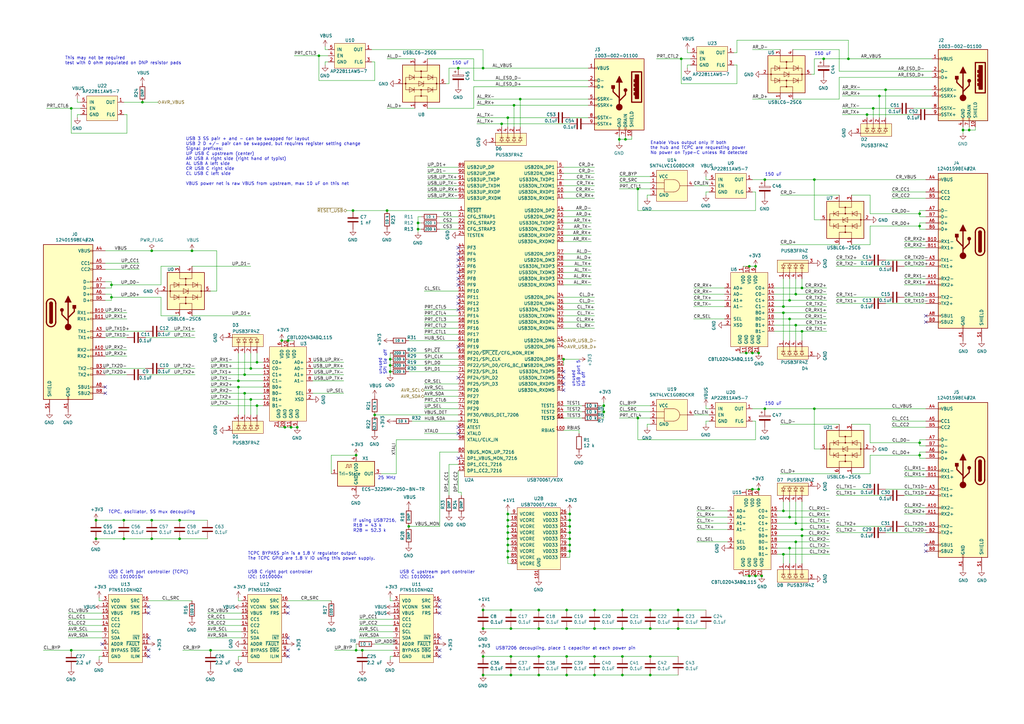
<source format=kicad_sch>
(kicad_sch (version 20230121) (generator eeschema)
  (paper "A3")
  (title_block (title "Launch") (date "2022-05-24") (rev "2.0") (company "System76"))
  (junction (at 307.34 236.22))
  (junction (at 198.12 250.19))
  (junction (at 233.68 213.36))
  (junction (at 326.39 214.63))
  (junction (at 160.02 152.4))
  (junction (at 358.14 44.45))
  (junction (at 328.93 118.11))
  (junction (at 167.64 215.9))
  (junction (at 210.82 43.18))
  (junction (at 311.15 144.78))
  (junction (at 118.11 139.7))
  (junction (at 233.68 226.06))
  (junction (at 347.98 24.13))
  (junction (at 243.84 269.24))
  (junction (at 146.05 186.69))
  (junction (at 233.68 220.98))
  (junction (at 254 57.15))
  (junction (at 397.51 53.34))
  (junction (at 334.01 167.64))
  (junction (at 208.28 228.6))
  (junction (at 308.61 144.78))
  (junction (at 97.79 156.21))
  (junction (at 360.68 39.37))
  (junction (at 261.62 77.47))
  (junction (at 208.28 223.52))
  (junction (at 39.37 213.36))
  (junction (at 144.78 86.36))
  (junction (at 328.93 219.71))
  (junction (at 209.55 276.86))
  (junction (at 255.27 269.24))
  (junction (at 45.72 121.92))
  (junction (at 102.87 151.13))
  (junction (at 247.65 166.37))
  (junction (at 105.41 166.37))
  (junction (at 105.41 148.59))
  (junction (at 187.96 27.94))
  (junction (at 78.74 102.87))
  (junction (at 308.61 200.66))
  (junction (at 233.68 223.52))
  (junction (at 121.92 175.26))
  (junction (at 220.98 269.24))
  (junction (at 100.33 153.67))
  (junction (at 220.98 276.86))
  (junction (at 261.62 171.45))
  (junction (at 73.66 220.98))
  (junction (at 377.19 186.69))
  (junction (at 198.12 27.94))
  (junction (at 209.55 250.19))
  (junction (at 243.84 276.86))
  (junction (at 146.05 266.7))
  (junction (at 45.72 116.84))
  (junction (at 243.84 257.81))
  (junction (at 62.23 220.98))
  (junction (at 323.85 224.79))
  (junction (at 323.85 123.19))
  (junction (at 328.93 135.89))
  (junction (at 102.87 163.83))
  (junction (at 220.98 250.19))
  (junction (at 266.7 250.19))
  (junction (at 311.15 200.66))
  (junction (at 115.57 139.7))
  (junction (at 73.66 213.36))
  (junction (at 86.36 266.7))
  (junction (at 232.41 250.19))
  (junction (at 208.28 215.9))
  (junction (at 307.34 109.22))
  (junction (at 50.8 220.98))
  (junction (at 209.55 269.24))
  (junction (at 323.85 130.81))
  (junction (at 323.85 212.09))
  (junction (at 306.07 144.78))
  (junction (at 171.45 93.98))
  (junction (at 266.7 276.86))
  (junction (at 328.93 217.17))
  (junction (at 160.02 147.32))
  (junction (at 266.7 269.24))
  (junction (at 208.28 226.06))
  (junction (at 158.75 86.36))
  (junction (at 377.19 87.63))
  (junction (at 279.4 24.13))
  (junction (at 377.19 181.61))
  (junction (at 321.31 227.33))
  (junction (at 256.54 57.15))
  (junction (at 198.12 276.86))
  (junction (at 326.39 222.25))
  (junction (at 213.36 40.64))
  (junction (at 309.88 236.22))
  (junction (at 363.22 36.83))
  (junction (at 321.31 125.73))
  (junction (at 153.67 170.18))
  (junction (at 255.27 276.86))
  (junction (at 130.81 22.86))
  (junction (at 233.68 218.44))
  (junction (at 233.68 210.82))
  (junction (at 50.8 213.36))
  (junction (at 321.31 128.27))
  (junction (at 208.28 48.26))
  (junction (at 247.65 168.91))
  (junction (at 355.6 46.99))
  (junction (at 232.41 257.81))
  (junction (at 208.28 213.36))
  (junction (at 278.13 257.81))
  (junction (at 208.28 210.82))
  (junction (at 39.37 220.98))
  (junction (at 171.45 91.44))
  (junction (at 278.13 250.19))
  (junction (at 97.79 158.75))
  (junction (at 208.28 220.98))
  (junction (at 29.21 266.7))
  (junction (at 58.42 41.91))
  (junction (at 208.28 218.44))
  (junction (at 148.59 266.7))
  (junction (at 205.74 50.8))
  (junction (at 394.97 53.34))
  (junction (at 321.31 209.55))
  (junction (at 116.84 175.26))
  (junction (at 100.33 161.29))
  (junction (at 160.02 149.86))
  (junction (at 62.23 213.36))
  (junction (at 62.23 102.87))
  (junction (at 231.14 147.32))
  (junction (at 198.12 269.24))
  (junction (at 377.19 92.71))
  (junction (at 209.55 257.81))
  (junction (at 29.21 44.45))
  (junction (at 243.84 250.19))
  (junction (at 255.27 257.81))
  (junction (at 326.39 133.35))
  (junction (at 232.41 276.86))
  (junction (at 266.7 257.81))
  (junction (at 312.42 236.22))
  (junction (at 337.82 24.13))
  (junction (at 326.39 120.65))
  (junction (at 313.69 167.64))
  (junction (at 309.88 109.22))
  (junction (at 233.68 215.9))
  (junction (at 313.69 73.66))
  (junction (at 119.38 175.26))
  (junction (at 255.27 250.19))
  (junction (at 334.01 73.66))
  (junction (at 198.12 257.81))
  (junction (at 220.98 257.81))
  (junction (at 232.41 269.24))
  (no_connect (at 118.11 266.7))
  (no_connect (at 187.96 142.24))
  (no_connect (at 187.96 106.68))
  (no_connect (at 118.11 251.46))
  (no_connect (at 231.14 154.94))
  (no_connect (at 180.34 246.38))
  (no_connect (at 180.34 248.92))
  (no_connect (at 379.73 132.08))
  (no_connect (at 187.96 127))
  (no_connect (at 187.96 187.96))
  (no_connect (at 187.96 124.46))
  (no_connect (at 187.96 109.22))
  (no_connect (at 379.73 129.54))
  (no_connect (at 118.11 269.24))
  (no_connect (at 187.96 116.84))
  (no_connect (at 187.96 175.26))
  (no_connect (at 43.18 161.29))
  (no_connect (at 41.91 264.16))
  (no_connect (at 231.14 160.02))
  (no_connect (at 231.14 152.4))
  (no_connect (at 60.96 248.92))
  (no_connect (at 187.96 121.92))
  (no_connect (at 180.34 251.46))
  (no_connect (at 379.73 226.06))
  (no_connect (at 187.96 111.76))
  (no_connect (at 118.11 261.62))
  (no_connect (at 180.34 269.24))
  (no_connect (at 187.96 177.8))
  (no_connect (at 231.14 157.48))
  (no_connect (at 180.34 261.62))
  (no_connect (at 187.96 114.3))
  (no_connect (at 379.73 223.52))
  (no_connect (at 43.18 158.75))
  (no_connect (at 118.11 248.92))
  (no_connect (at 180.34 266.7))
  (no_connect (at 187.96 154.94))
  (no_connect (at 60.96 261.62))
  (no_connect (at 187.96 101.6))
  (no_connect (at 60.96 251.46))
  (no_connect (at 60.96 266.7))
  (no_connect (at 187.96 104.14))
  (no_connect (at 60.96 269.24))
  (wire (pts (xy 231.14 99.06) (xy 242.57 99.06)))
  (wire (pts (xy 323.85 139.7) (xy 323.85 130.81)))
  (wire (pts (xy 97.79 269.24) (xy 97.79 270.51)))
  (wire (pts (xy 29.21 44.45) (xy 33.02 44.45)))
  (wire (pts (xy 173.99 134.62) (xy 187.96 134.62)))
  (wire (pts (xy 140.97 156.21) (xy 128.27 156.21)))
  (wire (pts (xy 342.9 215.9) (xy 363.22 215.9)))
  (wire (pts (xy 167.64 147.32) (xy 187.96 147.32)))
  (wire (pts (xy 52.07 46.99) (xy 50.8 46.99)))
  (wire (pts (xy 290.83 172.72) (xy 289.56 172.72)))
  (wire (pts (xy 43.18 120.65) (xy 45.72 120.65)))
  (wire (pts (xy 255.27 269.24) (xy 243.84 269.24)))
  (wire (pts (xy 210.82 43.18) (xy 195.58 43.18)))
  (wire (pts (xy 173.99 137.16) (xy 187.96 137.16)))
  (wire (pts (xy 156.21 194.31) (xy 162.56 194.31)))
  (wire (pts (xy 326.39 205.74) (xy 326.39 214.63)))
  (wire (pts (xy 328.93 114.3) (xy 328.93 118.11)))
  (wire (pts (xy 209.55 269.24) (xy 198.12 269.24)))
  (wire (pts (xy 278.13 257.81) (xy 266.7 257.81)))
  (wire (pts (xy 254 168.91) (xy 266.7 168.91)))
  (wire (pts (xy 243.84 129.54) (xy 231.14 129.54)))
  (wire (pts (xy 231.14 116.84) (xy 242.57 116.84)))
  (wire (pts (xy 344.17 173.99) (xy 320.04 173.99)))
  (wire (pts (xy 194.31 35.56) (xy 241.3 35.56)))
  (wire (pts (xy 334.01 30.48) (xy 332.74 30.48)))
  (wire (pts (xy 205.74 50.8) (xy 233.68 50.8)))
  (wire (pts (xy 167.64 139.7) (xy 187.96 139.7)))
  (wire (pts (xy 344.17 100.33) (xy 320.04 100.33)))
  (wire (pts (xy 266.7 276.86) (xy 255.27 276.86)))
  (wire (pts (xy 29.21 266.7) (xy 41.91 266.7)))
  (wire (pts (xy 243.84 132.08) (xy 231.14 132.08)))
  (wire (pts (xy 358.14 48.26) (xy 358.14 44.45)))
  (wire (pts (xy 243.84 276.86) (xy 232.41 276.86)))
  (wire (pts (xy 209.55 250.19) (xy 220.98 250.19)))
  (wire (pts (xy 233.68 223.52) (xy 233.68 226.06)))
  (wire (pts (xy 307.34 236.22) (xy 309.88 236.22)))
  (wire (pts (xy 261.62 86.36) (xy 309.88 86.36)))
  (wire (pts (xy 347.98 24.13) (xy 382.27 24.13)))
  (wire (pts (xy 100.33 170.18) (xy 100.33 161.29)))
  (wire (pts (xy 334.01 90.17) (xy 334.01 73.66)))
  (wire (pts (xy 146.05 266.7) (xy 148.59 266.7)))
  (wire (pts (xy 184.15 34.29) (xy 182.88 34.29)))
  (wire (pts (xy 326.39 114.3) (xy 326.39 120.65)))
  (wire (pts (xy 254 77.47) (xy 261.62 77.47)))
  (wire (pts (xy 336.55 90.17) (xy 334.01 90.17)))
  (wire (pts (xy 255.27 276.86) (xy 243.84 276.86)))
  (wire (pts (xy 43.18 153.67) (xy 52.07 153.67)))
  (wire (pts (xy 102.87 151.13) (xy 107.95 151.13)))
  (wire (pts (xy 43.18 146.05) (xy 52.07 146.05)))
  (wire (pts (xy 377.19 186.69) (xy 377.19 187.96)))
  (wire (pts (xy 326.39 120.65) (xy 339.09 120.65)))
  (wire (pts (xy 66.04 109.22) (xy 73.66 109.22)))
  (wire (pts (xy 172.72 88.9) (xy 171.45 88.9)))
  (wire (pts (xy 175.26 71.12) (xy 187.96 71.12)))
  (wire (pts (xy 237.49 176.53) (xy 237.49 177.8)))
  (wire (pts (xy 208.28 218.44) (xy 208.28 215.9)))
  (wire (pts (xy 243.84 68.58) (xy 231.14 68.58)))
  (wire (pts (xy 243.84 71.12) (xy 231.14 71.12)))
  (wire (pts (xy 254 58.42) (xy 254 57.15)))
  (wire (pts (xy 209.55 213.36) (xy 208.28 213.36)))
  (wire (pts (xy 194.31 24.13) (xy 175.26 24.13)))
  (wire (pts (xy 160.02 269.24) (xy 160.02 270.51)))
  (wire (pts (xy 167.64 149.86) (xy 187.96 149.86)))
  (wire (pts (xy 344.17 29.21) (xy 344.17 20.32)))
  (wire (pts (xy 317.5 125.73) (xy 321.31 125.73)))
  (wire (pts (xy 355.6 200.66) (xy 342.9 200.66)))
  (wire (pts (xy 377.19 87.63) (xy 377.19 88.9)))
  (wire (pts (xy 243.84 250.19) (xy 255.27 250.19)))
  (wire (pts (xy 325.12 40.64) (xy 344.17 40.64)))
  (wire (pts (xy 232.41 257.81) (xy 220.98 257.81)))
  (wire (pts (xy 255.27 257.81) (xy 243.84 257.81)))
  (wire (pts (xy 167.64 152.4) (xy 187.96 152.4)))
  (wire (pts (xy 119.38 175.26) (xy 121.92 175.26)))
  (wire (pts (xy 337.82 24.13) (xy 347.98 24.13)))
  (wire (pts (xy 173.99 129.54) (xy 187.96 129.54)))
  (wire (pts (xy 208.28 220.98) (xy 208.28 218.44)))
  (wire (pts (xy 86.36 158.75) (xy 97.79 158.75)))
  (wire (pts (xy 365.76 175.26) (xy 379.73 175.26)))
  (wire (pts (xy 379.73 86.36) (xy 377.19 86.36)))
  (wire (pts (xy 317.5 130.81) (xy 323.85 130.81)))
  (wire (pts (xy 281.94 21.59) (xy 281.94 20.32)))
  (wire (pts (xy 356.87 186.69) (xy 377.19 186.69)))
  (wire (pts (xy 43.18 107.95) (xy 57.15 107.95)))
  (wire (pts (xy 254 72.39) (xy 266.7 72.39)))
  (wire (pts (xy 284.48 118.11) (xy 297.18 118.11)))
  (wire (pts (xy 382.27 44.45) (xy 374.65 44.45)))
  (wire (pts (xy 231.14 176.53) (xy 237.49 176.53)))
  (wire (pts (xy 266.7 257.81) (xy 255.27 257.81)))
  (wire (pts (xy 231.14 149.86) (xy 231.14 147.32)))
  (wire (pts (xy 344.17 20.32) (xy 325.12 20.32)))
  (wire (pts (xy 99.06 254) (xy 85.09 254)))
  (wire (pts (xy 283.21 26.67) (xy 281.94 26.67)))
  (wire (pts (xy 60.96 246.38) (xy 78.74 246.38)))
  (wire (pts (xy 247.65 168.91) (xy 247.65 166.37)))
  (wire (pts (xy 232.41 218.44) (xy 233.68 218.44)))
  (wire (pts (xy 175.26 76.2) (xy 187.96 76.2)))
  (wire (pts (xy 379.73 172.72) (xy 365.76 172.72)))
  (wire (pts (xy 180.34 185.42) (xy 180.34 215.9)))
  (wire (pts (xy 254 74.93) (xy 266.7 74.93)))
  (wire (pts (xy 198.12 250.19) (xy 209.55 250.19)))
  (wire (pts (xy 323.85 130.81) (xy 339.09 130.81)))
  (wire (pts (xy 85.09 259.08) (xy 99.06 259.08)))
  (wire (pts (xy 363.22 218.44) (xy 379.73 218.44)))
  (wire (pts (xy 232.41 250.19) (xy 243.84 250.19)))
  (wire (pts (xy 326.39 231.14) (xy 326.39 222.25)))
  (wire (pts (xy 356.87 186.69) (xy 356.87 194.31)))
  (wire (pts (xy 86.36 166.37) (xy 105.41 166.37)))
  (wire (pts (xy 285.75 217.17) (xy 298.45 217.17)))
  (wire (pts (xy 41.91 269.24) (xy 40.64 269.24)))
  (wire (pts (xy 86.36 163.83) (xy 102.87 163.83)))
  (wire (pts (xy 173.99 177.8) (xy 187.96 177.8)))
  (wire (pts (xy 43.18 118.11) (xy 45.72 118.11)))
  (wire (pts (xy 334.01 184.15) (xy 334.01 167.64)))
  (wire (pts (xy 173.99 167.64) (xy 187.96 167.64)))
  (wire (pts (xy 313.69 73.66) (xy 334.01 73.66)))
  (wire (pts (xy 379.73 215.9) (xy 370.84 215.9)))
  (wire (pts (xy 243.84 127) (xy 231.14 127)))
  (wire (pts (xy 241.3 43.18) (xy 210.82 43.18)))
  (wire (pts (xy 307.34 109.22) (xy 309.88 109.22)))
  (wire (pts (xy 209.55 257.81) (xy 198.12 257.81)))
  (wire (pts (xy 43.18 123.19) (xy 45.72 123.19)))
  (wire (pts (xy 321.31 231.14) (xy 321.31 227.33)))
  (wire (pts (xy 355.6 46.99) (xy 345.44 46.99)))
  (wire (pts (xy 261.62 77.47) (xy 266.7 77.47)))
  (wire (pts (xy 309.88 236.22) (xy 312.42 236.22)))
  (wire (pts (xy 289.56 257.81) (xy 278.13 257.81)))
  (wire (pts (xy 326.39 139.7) (xy 326.39 133.35)))
  (wire (pts (xy 328.93 205.74) (xy 328.93 217.17)))
  (wire (pts (xy 161.29 246.38) (xy 160.02 246.38)))
  (wire (pts (xy 326.39 214.63) (xy 340.36 214.63)))
  (wire (pts (xy 342.9 218.44) (xy 355.6 218.44)))
  (wire (pts (xy 78.74 129.54) (xy 102.87 129.54)))
  (wire (pts (xy 233.68 228.6) (xy 232.41 228.6)))
  (wire (pts (xy 205.74 50.8) (xy 195.58 50.8)))
  (wire (pts (xy 285.75 212.09) (xy 298.45 212.09)))
  (wire (pts (xy 27.94 261.62) (xy 41.91 261.62)))
  (wire (pts (xy 377.19 91.44) (xy 377.19 92.71)))
  (wire (pts (xy 231.14 88.9) (xy 242.57 88.9)))
  (wire (pts (xy 318.77 219.71) (xy 328.93 219.71)))
  (wire (pts (xy 78.74 109.22) (xy 102.87 109.22)))
  (wire (pts (xy 97.79 144.78) (xy 97.79 156.21)))
  (wire (pts (xy 382.27 39.37) (xy 360.68 39.37)))
  (wire (pts (xy 323.85 224.79) (xy 340.36 224.79)))
  (wire (pts (xy 247.65 166.37) (xy 247.65 165.1)))
  (wire (pts (xy 261.62 171.45) (xy 261.62 180.34)))
  (wire (pts (xy 168.91 172.72) (xy 187.96 172.72)))
  (wire (pts (xy 261.62 171.45) (xy 266.7 171.45)))
  (wire (pts (xy 130.81 33.02) (xy 153.67 33.02)))
  (wire (pts (xy 377.19 87.63) (xy 356.87 87.63)))
  (wire (pts (xy 184.15 27.94) (xy 184.15 34.29)))
  (wire (pts (xy 80.01 153.67) (xy 59.69 153.67)))
  (wire (pts (xy 232.41 210.82) (xy 233.68 210.82)))
  (wire (pts (xy 187.96 190.5) (xy 184.15 190.5)))
  (wire (pts (xy 43.18 151.13) (xy 59.69 151.13)))
  (wire (pts (xy 184.15 27.94) (xy 187.96 27.94)))
  (wire (pts (xy 31.75 46.99) (xy 31.75 48.26)))
  (wire (pts (xy 187.96 88.9) (xy 180.34 88.9)))
  (wire (pts (xy 266.7 269.24) (xy 255.27 269.24)))
  (wire (pts (xy 306.07 200.66) (xy 308.61 200.66)))
  (wire (pts (xy 243.84 81.28) (xy 231.14 81.28)))
  (wire (pts (xy 41.91 254) (xy 27.94 254)))
  (wire (pts (xy 377.19 92.71) (xy 356.87 92.71)))
  (wire (pts (xy 134.62 20.32) (xy 133.35 20.32)))
  (wire (pts (xy 187.96 201.93) (xy 189.23 201.93)))
  (wire (pts (xy 45.72 116.84) (xy 66.04 116.84)))
  (wire (pts (xy 213.36 40.64) (xy 195.58 40.64)))
  (wire (pts (xy 290.83 78.74) (xy 289.56 78.74)))
  (wire (pts (xy 318.77 212.09) (xy 323.85 212.09)))
  (wire (pts (xy 318.77 222.25) (xy 326.39 222.25)))
  (wire (pts (xy 308.61 144.78) (xy 306.07 144.78)))
  (wire (pts (xy 261.62 77.47) (xy 261.62 86.36)))
  (wire (pts (xy 394.97 54.61) (xy 394.97 53.34)))
  (wire (pts (xy 243.84 78.74) (xy 231.14 78.74)))
  (wire (pts (xy 265.43 80.01) (xy 266.7 80.01)))
  (wire (pts (xy 284.48 170.18) (xy 290.83 170.18)))
  (wire (pts (xy 160.02 246.38) (xy 160.02 245.11)))
  (wire (pts (xy 356.87 181.61) (xy 356.87 173.99)))
  (wire (pts (xy 102.87 163.83) (xy 107.95 163.83)))
  (wire (pts (xy 140.97 161.29) (xy 128.27 161.29)))
  (wire (pts (xy 355.6 124.46) (xy 342.9 124.46)))
  (wire (pts (xy 162.56 194.31) (xy 162.56 180.34)))
  (wire (pts (xy 209.55 231.14) (xy 208.28 231.14)))
  (wire (pts (xy 377.19 92.71) (xy 377.19 93.98)))
  (wire (pts (xy 73.66 213.36) (xy 85.09 213.36)))
  (wire (pts (xy 321.31 114.3) (xy 321.31 125.73)))
  (wire (pts (xy 160.02 149.86) (xy 160.02 147.32)))
  (wire (pts (xy 74.93 266.7) (xy 86.36 266.7)))
  (wire (pts (xy 231.14 109.22) (xy 242.57 109.22)))
  (wire (pts (xy 170.18 24.13) (xy 158.75 24.13)))
  (wire (pts (xy 289.56 172.72) (xy 289.56 173.99)))
  (wire (pts (xy 194.31 33.02) (xy 241.3 33.02)))
  (wire (pts (xy 243.84 134.62) (xy 231.14 134.62)))
  (wire (pts (xy 243.84 124.46) (xy 231.14 124.46)))
  (wire (pts (xy 160.02 153.67) (xy 160.02 152.4)))
  (wire (pts (xy 213.36 52.07) (xy 213.36 40.64)))
  (wire (pts (xy 397.51 52.07) (xy 397.51 53.34)))
  (wire (pts (xy 379.73 193.04) (xy 370.84 193.04)))
  (wire (pts (xy 226.06 48.26) (xy 208.28 48.26)))
  (wire (pts (xy 285.75 222.25) (xy 298.45 222.25)))
  (wire (pts (xy 300.99 26.67) (xy 302.26 26.67)))
  (wire (pts (xy 97.79 246.38) (xy 97.79 245.11)))
  (wire (pts (xy 160.02 152.4) (xy 160.02 149.86)))
  (wire (pts (xy 66.04 116.84) (xy 66.04 109.22)))
  (wire (pts (xy 360.68 48.26) (xy 360.68 39.37)))
  (wire (pts (xy 231.14 91.44) (xy 242.57 91.44)))
  (wire (pts (xy 80.01 151.13) (xy 67.31 151.13)))
  (wire (pts (xy 208.28 213.36) (xy 208.28 210.82)))
  (wire (pts (xy 180.34 91.44) (xy 187.96 91.44)))
  (wire (pts (xy 105.41 144.78) (xy 105.41 148.59)))
  (wire (pts (xy 336.55 184.15) (xy 334.01 184.15)))
  (wire (pts (xy 261.62 180.34) (xy 309.88 180.34)))
  (wire (pts (xy 208.28 209.55) (xy 208.28 210.82)))
  (wire (pts (xy 105.41 166.37) (xy 107.95 166.37)))
  (wire (pts (xy 318.77 217.17) (xy 328.93 217.17)))
  (wire (pts (xy 152.4 20.32) (xy 198.12 20.32)))
  (wire (pts (xy 134.62 25.4) (xy 133.35 25.4)))
  (wire (pts (xy 147.32 261.62) (xy 161.29 261.62)))
  (wire (pts (xy 320.04 40.64) (xy 308.61 40.64)))
  (wire (pts (xy 118.11 139.7) (xy 115.57 139.7)))
  (wire (pts (xy 358.14 44.45) (xy 367.03 44.45)))
  (wire (pts (xy 140.97 148.59) (xy 128.27 148.59)))
  (wire (pts (xy 86.36 151.13) (xy 102.87 151.13)))
  (wire (pts (xy 289.56 167.64) (xy 289.56 166.37)))
  (wire (pts (xy 208.28 223.52) (xy 208.28 220.98)))
  (wire (pts (xy 326.39 133.35) (xy 339.09 133.35)))
  (wire (pts (xy 328.93 217.17) (xy 340.36 217.17)))
  (wire (pts (xy 231.14 104.14) (xy 242.57 104.14)))
  (wire (pts (xy 279.4 34.29) (xy 302.26 34.29)))
  (wire (pts (xy 173.99 127) (xy 187.96 127)))
  (wire (pts (xy 328.93 135.89) (xy 339.09 135.89)))
  (wire (pts (xy 356.87 194.31) (xy 349.25 194.31)))
  (wire (pts (xy 379.73 116.84) (xy 370.84 116.84)))
  (wire (pts (xy 246.38 168.91) (xy 247.65 168.91)))
  (wire (pts (xy 99.06 269.24) (xy 97.79 269.24)))
  (wire (pts (xy 153.67 170.18) (xy 187.96 170.18)))
  (wire (pts (xy 220.98 276.86) (xy 209.55 276.86)))
  (wire (pts (xy 379.73 187.96) (xy 377.19 187.96)))
  (wire (pts (xy 209.55 226.06) (xy 208.28 226.06)))
  (wire (pts (xy 265.43 175.26) (xy 265.43 173.99)))
  (wire (pts (xy 153.67 264.16) (xy 161.29 264.16)))
  (wire (pts (xy 86.36 148.59) (xy 105.41 148.59)))
  (wire (pts (xy 302.26 26.67) (xy 302.26 34.29)))
  (wire (pts (xy 290.83 73.66) (xy 289.56 73.66)))
  (wire (pts (xy 308.61 167.64) (xy 313.69 167.64)))
  (wire (pts (xy 321.31 227.33) (xy 340.36 227.33)))
  (wire (pts (xy 33.02 41.91) (xy 31.75 41.91)))
  (wire (pts (xy 363.22 36.83) (xy 345.44 36.83)))
  (wire (pts (xy 304.8 109.22) (xy 307.34 109.22)))
  (wire (pts (xy 344.17 29.21) (xy 382.27 29.21)))
  (wire (pts (xy 41.91 246.38) (xy 40.64 246.38)))
  (wire (pts (xy 167.64 215.9) (xy 180.34 215.9)))
  (wire (pts (xy 284.48 76.2) (xy 290.83 76.2)))
  (wire (pts (xy 265.43 173.99) (xy 266.7 173.99)))
  (wire (pts (xy 208.28 210.82) (xy 209.55 210.82)))
  (wire (pts (xy 317.5 128.27) (xy 321.31 128.27)))
  (wire (pts (xy 363.22 48.26) (xy 363.22 36.83)))
  (wire (pts (xy 308.61 144.78) (xy 311.15 144.78)))
  (wire (pts (xy 256.54 55.88) (xy 256.54 57.15)))
  (wire (pts (xy 231.14 106.68) (xy 242.57 106.68)))
  (wire (pts (xy 100.33 153.67) (xy 86.36 153.67)))
  (wire (pts (xy 187.96 185.42) (xy 180.34 185.42)))
  (wire (pts (xy 231.14 114.3) (xy 242.57 114.3)))
  (wire (pts (xy 58.42 41.91) (xy 64.77 41.91)))
  (wire (pts (xy 45.72 120.65) (xy 45.72 121.92)))
  (wire (pts (xy 278.13 269.24) (xy 266.7 269.24)))
  (wire (pts (xy 198.12 27.94) (xy 241.3 27.94)))
  (wire (pts (xy 323.85 231.14) (xy 323.85 224.79)))
  (wire (pts (xy 209.55 223.52) (xy 208.28 223.52)))
  (wire (pts (xy 62.23 102.87) (xy 43.18 102.87)))
  (wire (pts (xy 130.81 22.86) (xy 130.81 33.02)))
  (wire (pts (xy 209.55 228.6) (xy 208.28 228.6)))
  (wire (pts (xy 130.81 22.86) (xy 134.62 22.86)))
  (wire (pts (xy 284.48 120.65) (xy 297.18 120.65)))
  (wire (pts (xy 379.73 101.6) (xy 370.84 101.6)))
  (wire (pts (xy 238.76 171.45) (xy 231.14 171.45)))
  (wire (pts (xy 135.89 186.69) (xy 146.05 186.69)))
  (wire (pts (xy 356.87 92.71) (xy 356.87 100.33)))
  (wire (pts (xy 170.18 44.45) (xy 158.75 44.45)))
  (wire (pts (xy 173.99 160.02) (xy 187.96 160.02)))
  (wire (pts (xy 208.28 228.6) (xy 208.28 226.06)))
  (wire (pts (xy 379.73 124.46) (xy 363.22 124.46)))
  (wire (pts (xy 309.88 78.74) (xy 308.61 78.74)))
  (wire (pts (xy 198.12 20.32) (xy 198.12 27.94)))
  (wire (pts (xy 184.15 190.5) (xy 184.15 203.2)))
  (wire (pts (xy 283.21 21.59) (xy 281.94 21.59)))
  (wire (pts (xy 144.78 86.36) (xy 158.75 86.36)))
  (wire (pts (xy 379.73 99.06) (xy 370.84 99.06)))
  (wire (pts (xy 290.83 167.64) (xy 289.56 167.64)))
  (wire (pts (xy 27.94 256.54) (xy 41.91 256.54)))
  (wire (pts (xy 205.74 52.07) (xy 205.74 50.8)))
  (wire (pts (xy 247.65 171.45) (xy 247.65 168.91)))
  (wire (pts (xy 313.69 167.64) (xy 334.01 167.64)))
  (wire (pts (xy 304.8 236.22) (xy 307.34 236.22)))
  (wire (pts (xy 256.54 57.15) (xy 254 57.15)))
  (wire (pts (xy 67.31 135.89) (xy 80.01 135.89)))
  (wire (pts (xy 73.66 220.98) (xy 62.23 220.98)))
  (wire (pts (xy 114.3 175.26) (xy 116.84 175.26)))
  (wire (pts (xy 133.35 20.32) (xy 133.35 19.05)))
  (wire (pts (xy 321.31 139.7) (xy 321.31 128.27)))
  (wire (pts (xy 379.73 180.34) (xy 377.19 180.34)))
  (wire (pts (xy 363.22 203.2) (xy 342.9 203.2)))
  (wire (pts (xy 40.64 269.24) (xy 40.64 270.51)))
  (wire (pts (xy 321.31 128.27) (xy 339.09 128.27)))
  (wire (pts (xy 334.01 167.64) (xy 379.73 167.64)))
  (wire (pts (xy 355.6 48.26) (xy 355.6 46.99)))
  (wire (pts (xy 321.31 209.55) (xy 340.36 209.55)))
  (wire (pts (xy 379.73 203.2) (xy 370.84 203.2)))
  (wire (pts (xy 100.33 144.78) (xy 100.33 153.67)))
  (wire (pts (xy 347.98 16.51) (xy 347.98 24.13)))
  (wire (pts (xy 173.99 132.08) (xy 187.96 132.08)))
  (wire (pts (xy 57.15 110.49) (xy 43.18 110.49)))
  (wire (pts (xy 243.84 76.2) (xy 231.14 76.2)))
  (wire (pts (xy 328.93 139.7) (xy 328.93 135.89)))
  (wire (pts (xy 281.94 26.67) (xy 281.94 27.94)))
  (wire (pts (xy 379.73 121.92) (xy 370.84 121.92)))
  (wire (pts (xy 158.75 86.36) (xy 187.96 86.36)))
  (wire (pts (xy 328.93 231.14) (xy 328.93 219.71)))
  (wire (pts (xy 62.23 220.98) (xy 50.8 220.98)))
  (wire (pts (xy 342.9 106.68) (xy 355.6 106.68)))
  (wire (pts (xy 187.96 93.98) (xy 180.34 93.98)))
  (wire (pts (xy 356.87 181.61) (xy 377.19 181.61)))
  (wire (pts (xy 135.89 194.31) (xy 135.89 186.69)))
  (wire (pts (xy 379.73 109.22) (xy 370.84 109.22)))
  (wire (pts (xy 317.5 135.89) (xy 328.93 135.89)))
  (wire (pts (xy 232.41 226.06) (xy 233.68 226.06)))
  (wire (pts (xy 265.43 81.28) (xy 265.43 80.01)))
  (wire (pts (xy 194.31 24.13) (xy 194.31 33.02)))
  (wire (pts (xy 400.05 53.34) (xy 400.05 52.07)))
  (wire (pts (xy 306.07 144.78) (xy 303.53 144.78)))
  (wire (pts (xy 233.68 218.44) (xy 233.68 220.98)))
  (wire (pts (xy 173.99 165.1) (xy 187.96 165.1)))
  (wire (pts (xy 172.72 91.44) (xy 171.45 91.44)))
  (wire (pts (xy 300.99 21.59) (xy 302.26 21.59)))
  (wire (pts (xy 233.68 226.06) (xy 233.68 228.6)))
  (wire (pts (xy 377.19 180.34) (xy 377.19 181.61)))
  (wire (pts (xy 382.27 36.83) (xy 363.22 36.83)))
  (wire (pts (xy 285.75 209.55) (xy 298.45 209.55)))
  (wire (pts (xy 255.27 250.19) (xy 266.7 250.19)))
  (wire (pts (xy 360.68 39.37) (xy 345.44 39.37)))
  (wire (pts (xy 323.85 123.19) (xy 339.09 123.19)))
  (wire (pts (xy 317.5 133.35) (xy 326.39 133.35)))
  (wire (pts (xy 309.88 180.34) (xy 309.88 172.72)))
  (wire (pts (xy 334.01 24.13) (xy 337.82 24.13)))
  (wire (pts (xy 232.41 213.36) (xy 233.68 213.36)))
  (wire (pts (xy 231.14 96.52) (xy 242.57 96.52)))
  (wire (pts (xy 97.79 170.18) (xy 97.79 158.75)))
  (wire (pts (xy 50.8 213.36) (xy 62.23 213.36)))
  (wire (pts (xy 118.11 246.38) (xy 135.89 246.38)))
  (wire (pts (xy 29.21 54.61) (xy 52.07 54.61)))
  (wire (pts (xy 233.68 220.98) (xy 233.68 223.52)))
  (wire (pts (xy 323.85 114.3) (xy 323.85 123.19)))
  (wire (pts (xy 308.61 200.66) (xy 311.15 200.66)))
  (wire (pts (xy 140.97 151.13) (xy 128.27 151.13)))
  (wire (pts (xy 209.55 218.44) (xy 208.28 218.44)))
  (wire (pts (xy 45.72 116.84) (xy 45.72 118.11)))
  (wire (pts (xy 377.19 86.36) (xy 377.19 87.63)))
  (wire (pts (xy 285.75 214.63) (xy 298.45 214.63)))
  (wire (pts (xy 142.24 86.36) (xy 144.78 86.36)))
  (wire (pts (xy 105.41 148.59) (xy 107.95 148.59)))
  (wire (pts (xy 43.18 130.81) (xy 52.07 130.81)))
  (wire (pts (xy 88.9 102.87) (xy 78.74 102.87)))
  (wire (pts (xy 173.99 157.48) (xy 187.96 157.48)))
  (wire (pts (xy 365.76 81.28) (xy 379.73 81.28)))
  (wire (pts (xy 328.93 118.11) (xy 339.09 118.11)))
  (wire (pts (xy 153.67 25.4) (xy 152.4 25.4)))
  (wire (pts (xy 379.73 88.9) (xy 377.19 88.9)))
  (wire (pts (xy 66.04 129.54) (xy 73.66 129.54)))
  (wire (pts (xy 175.26 73.66) (xy 187.96 73.66)))
  (wire (pts (xy 284.48 123.19) (xy 297.18 123.19)))
  (wire (pts (xy 86.36 161.29) (xy 100.33 161.29)))
  (wire (pts (xy 220.98 257.81) (xy 209.55 257.81)))
  (wire (pts (xy 256.54 57.15) (xy 259.08 57.15)))
  (wire (pts (xy 317.5 120.65) (xy 326.39 120.65)))
  (wire (pts (xy 19.05 44.45) (xy 29.21 44.45)))
  (wire (pts (xy 31.75 41.91) (xy 31.75 40.64)))
  (wire (pts (xy 175.26 81.28) (xy 187.96 81.28)))
  (wire (pts (xy 379.73 210.82) (xy 370.84 210.82)))
  (wire (pts (xy 334.01 24.13) (xy 334.01 30.48)))
  (wire (pts (xy 356.87 80.01) (xy 349.25 80.01)))
  (wire (pts (xy 116.84 175.26) (xy 119.38 175.26)))
  (wire (pts (xy 318.77 227.33) (xy 321.31 227.33)))
  (wire (pts (xy 241.3 40.64) (xy 213.36 40.64)))
  (wire (pts (xy 397.51 53.34) (xy 394.97 53.34)))
  (wire (pts (xy 233.68 213.36) (xy 233.68 215.9)))
  (wire (pts (xy 175.26 78.74) (xy 187.96 78.74)))
  (wire (pts (xy 209.55 220.98) (xy 208.28 220.98)))
  (wire (pts (xy 309.88 172.72) (xy 308.61 172.72)))
  (wire (pts (xy 243.84 269.24) (xy 232.41 269.24)))
  (wire (pts (xy 243.84 73.66) (xy 231.14 73.66)))
  (wire (pts (xy 379.73 195.58) (xy 370.84 195.58)))
  (wire (pts (xy 52.07 54.61) (xy 52.07 46.99)))
  (wire (pts (xy 97.79 158.75) (xy 107.95 158.75)))
  (wire (pts (xy 99.06 251.46) (xy 85.09 251.46)))
  (wire (pts (xy 209.55 276.86) (xy 198.12 276.86)))
  (wire (pts (xy 173.99 119.38) (xy 187.96 119.38)))
  (wire (pts (xy 162.56 180.34) (xy 187.96 180.34)))
  (wire (pts (xy 363.22 200.66) (xy 379.73 200.66)))
  (wire (pts (xy 233.68 215.9) (xy 233.68 218.44)))
  (wire (pts (xy 43.18 135.89) (xy 59.69 135.89)))
  (wire (pts (xy 279.4 24.13) (xy 283.21 24.13)))
  (wire (pts (xy 86.36 266.7) (xy 99.06 266.7)))
  (wire (pts (xy 147.32 259.08) (xy 161.29 259.08)))
  (wire (pts (xy 358.14 44.45) (xy 345.44 44.45)))
  (wire (pts (xy 102.87 144.78) (xy 102.87 151.13)))
  (wire (pts (xy 107.95 156.21) (xy 97.79 156.21)))
  (wire (pts (xy 379.73 91.44) (xy 377.19 91.44)))
  (wire (pts (xy 17.78 266.7) (xy 29.21 266.7)))
  (wire (pts (xy 102.87 170.18) (xy 102.87 163.83)))
  (wire (pts (xy 323.85 205.74) (xy 323.85 212.09)))
  (wire (pts (xy 161.29 254) (xy 147.32 254)))
  (wire (pts (xy 302.26 21.59) (xy 302.26 16.51)))
  (wire (pts (xy 379.73 182.88) (xy 377.19 182.88)))
  (wire (pts (xy 45.72 121.92) (xy 66.04 121.92)))
  (wire (pts (xy 233.68 209.55) (xy 233.68 210.82)))
  (wire (pts (xy 43.18 115.57) (xy 45.72 115.57)))
  (wire (pts (xy 379.73 106.68) (xy 363.22 106.68)))
  (wire (pts (xy 344.17 40.64) (xy 344.17 31.75)))
  (wire (pts (xy 289.56 78.74) (xy 289.56 80.01)))
  (wire (pts (xy 171.45 88.9) (xy 171.45 91.44)))
  (wire (pts (xy 397.51 53.34) (xy 400.05 53.34)))
  (wire (pts (xy 210.82 52.07) (xy 210.82 43.18)))
  (wire (pts (xy 278.13 250.19) (xy 289.56 250.19)))
  (wire (pts (xy 133.35 25.4) (xy 133.35 26.67)))
  (wire (pts (xy 160.02 147.32) (xy 160.02 144.78)))
  (wire (pts (xy 187.96 193.04) (xy 187.96 201.93)))
  (wire (pts (xy 321.31 125.73) (xy 339.09 125.73)))
  (wire (pts (xy 243.84 257.81) (xy 232.41 257.81)))
  (wire (pts (xy 33.02 46.99) (xy 31.75 46.99)))
  (wire (pts (xy 194.31 35.56) (xy 194.31 44.45)))
  (wire (pts (xy 231.14 93.98) (xy 242.57 93.98)))
  (wire (pts (xy 208.28 226.06) (xy 208.28 223.52)))
  (wire (pts (xy 167.64 144.78) (xy 187.96 144.78)))
  (wire (pts (xy 278.13 276.86) (xy 266.7 276.86)))
  (wire (pts (xy 209.55 215.9) (xy 208.28 215.9)))
  (wire (pts (xy 232.41 276.86) (xy 220.98 276.86)))
  (wire (pts (xy 254 171.45) (xy 261.62 171.45)))
  (wire (pts (xy 208.28 48.26) (xy 195.58 48.26)))
  (wire (pts (xy 220.98 269.24) (xy 209.55 269.24)))
  (wire (pts (xy 246.38 166.37) (xy 247.65 166.37)))
  (wire (pts (xy 317.5 123.19) (xy 323.85 123.19)))
  (wire (pts (xy 302.26 16.51) (xy 347.98 16.51)))
  (wire (pts (xy 308.61 73.66) (xy 313.69 73.66)))
  (wire (pts (xy 50.8 41.91) (xy 58.42 41.91)))
  (wire (pts (xy 269.24 24.13) (xy 279.4 24.13)))
  (wire (pts (xy 377.19 181.61) (xy 377.19 182.88)))
  (wire (pts (xy 105.41 170.18) (xy 105.41 166.37)))
  (wire (pts (xy 326.39 222.25) (xy 340.36 222.25)))
  (wire (pts (xy 97.79 156.21) (xy 86.36 156.21)))
  (wire (pts (xy 323.85 212.09) (xy 340.36 212.09)))
  (wire (pts (xy 120.65 139.7) (xy 118.11 139.7)))
  (wire (pts (xy 41.91 251.46) (xy 27.94 251.46)))
  (wire (pts (xy 356.87 87.63) (xy 356.87 80.01)))
  (wire (pts (xy 78.74 102.87) (xy 62.23 102.87)))
  (wire (pts (xy 241.3 48.26) (xy 233.68 48.26)))
  (wire (pts (xy 153.67 33.02) (xy 153.67 25.4)))
  (wire (pts (xy 39.37 213.36) (xy 50.8 213.36)))
  (wire (pts (xy 171.45 91.44) (xy 171.45 93.98)))
  (wire (pts (xy 171.45 93.98) (xy 171.45 95.25)))
  (wire (pts (xy 43.18 138.43) (xy 52.07 138.43)))
  (wire (pts (xy 45.72 115.57) (xy 45.72 116.84)))
  (wire (pts (xy 66.04 121.92) (xy 66.04 129.54)))
  (wire (pts (xy 344.17 194.31) (xy 320.04 194.31)))
  (wire (pts (xy 88.9 119.38) (xy 88.9 102.87)))
  (wire (pts (xy 284.48 125.73) (xy 297.18 125.73)))
  (wire (pts (xy 342.9 109.22) (xy 363.22 109.22)))
  (wire (pts (xy 43.18 143.51) (xy 52.07 143.51)))
  (wire (pts (xy 309.88 86.36) (xy 309.88 78.74)))
  (wire (pts (xy 318.77 209.55) (xy 321.31 209.55)))
  (wire (pts (xy 231.14 111.76) (xy 242.57 111.76)))
  (wire (pts (xy 344.17 80.01) (xy 320.04 80.01)))
  (wire (pts (xy 187.96 27.94) (xy 198.12 27.94)))
  (wire (pts (xy 232.41 215.9) (xy 233.68 215.9)))
  (wire (pts (xy 29.21 44.45) (xy 29.21 54.61)))
  (wire (pts (xy 259.08 57.15) (xy 259.08 55.88)))
  (wire (pts (xy 189.23 201.93) (xy 189.23 203.2)))
  (wire (pts (xy 377.19 185.42) (xy 377.19 186.69)))
  (wire (pts (xy 208.28 215.9) (xy 208.28 213.36)))
  (wire (pts (xy 254 57.15) (xy 254 55.88)))
  (wire (pts (xy 59.69 138.43) (xy 80.01 138.43)))
  (wire (pts (xy 161.29 269.24) (xy 160.02 269.24)))
  (wire (pts (xy 246.38 171.45) (xy 247.65 171.45)))
  (wire (pts (xy 363.22 121.92) (xy 342.9 121.92)))
  (wire (pts (xy 379.73 78.74) (xy 365.76 78.74)))
  (wire (pts (xy 85.09 256.54) (xy 99.06 256.54)))
  (wire (pts (xy 85.09 220.98) (xy 73.66 220.98)))
  (wire (pts (xy 318.77 214.63) (xy 326.39 214.63)))
  (wire (pts (xy 231.14 168.91) (xy 238.76 168.91)))
  (wire (pts (xy 355.6 46.99) (xy 374.65 46.99)))
  (wire (pts (xy 50.8 220.98) (xy 39.37 220.98)))
  (wire (pts (xy 334.01 73.66) (xy 379.73 73.66)))
  (wire (pts (xy 356.87 100.33) (xy 349.25 100.33)))
  (wire (pts (xy 232.41 223.52) (xy 233.68 223.52)))
  (wire (pts (xy 100.33 161.29) (xy 107.95 161.29)))
  (wire (pts (xy 232.41 220.98) (xy 233.68 220.98)))
  (wire (pts (xy 379.73 208.28) (xy 370.84 208.28)))
  (wire (pts (xy 137.16 266.7) (xy 146.05 266.7)))
  (wire (pts (xy 86.36 119.38) (xy 88.9 119.38)))
  (wire (pts (xy 237.49 147.32) (xy 231.14 147.32)))
  (wire (pts (xy 379.73 185.42) (xy 377.19 185.42)))
  (wire (pts (xy 85.09 261.62) (xy 99.06 261.62)))
  (wire (pts (xy 173.99 162.56) (xy 187.96 162.56)))
  (wire (pts (xy 344.17 31.75) (xy 382.27 31.75)))
  (wire (pts (xy 208.28 52.07) (xy 208.28 48.26)))
  (wire (pts (xy 45.72 121.92) (xy 45.72 123.19)))
  (wire (pts (xy 238.76 166.37) (xy 231.14 166.37)))
  (wire (pts (xy 233.68 210.82) (xy 233.68 213.36)))
  (wire (pts (xy 254 166.37) (xy 266.7 166.37)))
  (wire (pts (xy 379.73 93.98) (xy 377.19 93.98)))
  (wire (pts (xy 356.87 173.99) (xy 349.25 173.99)))
  (wire (pts (xy 175.26 44.45) (xy 194.31 44.45)))
  (wire (pts (xy 394.97 53.34) (xy 394.97 52.07)))
  (wire (pts (xy 62.23 213.36) (xy 73.66 213.36)))
  (wire (pts (xy 120.65 22.86) (xy 130.81 22.86)))
  (wire (pts (xy 140.97 153.67) (xy 128.27 153.67)))
  (wire (pts (xy 379.73 114.3) (xy 370.84 114.3)))
  (wire (pts (xy 243.84 121.92) (xy 231.14 121.92)))
  (wire (pts (xy 146.05 264.16) (xy 146.05 266.7)))
  (wire (pts (xy 43.18 128.27) (xy 52.07 128.27)))
  (wire (pts (xy 232.41 269.24) (xy 220.98 269.24)))
  (wire (pts (xy 289.56 73.66) (xy 289.56 72.39)))
  (wire (pts (xy 148.59 266.7) (xy 161.29 266.7)))
  (wire (pts (xy 266.7 250.19) (xy 278.13 250.19)))
  (wire (pts (xy 99.06 246.38) (xy 97.79 246.38)))
  (wire (pts (xy 27.94 259.08) (xy 41.91 259.08)))
  (wire (pts (xy 320.04 20.32) (xy 308.61 20.32)))
  (wire (pts (xy 40.64 246.38) (xy 40.64 245.11)))
  (wire (pts (xy 328.93 219.71) (xy 340.36 219.71)))
  (wire (pts (xy 107.95 153.67) (xy 100.33 153.67)))
  (wire (pts (xy 208.28 231.14) (xy 208.28 228.6)))
  (wire (pts (xy 231.14 86.36) (xy 242.57 86.36)))
  (wire (pts (xy 175.26 68.58) (xy 187.96 68.58)))
  (wire (pts (xy 317.5 118.11) (xy 328.93 118.11)))
  (wire (pts (xy 147.32 256.54) (xy 161.29 256.54)))
  (wire (pts (xy 284.48 130.81) (xy 297.18 130.81)))
  (wire (pts (xy 321.31 205.74) (xy 321.31 209.55)))
  (wire (pts (xy 220.98 250.19) (xy 232.41 250.19)))
  (wire (pts (xy 172.72 93.98) (xy 171.45 93.98)))
  (wire (pts (xy 279.4 24.13) (xy 279.4 34.29)))
  (wire (pts (xy 318.77 224.79) (xy 323.85 224.79)))
  (text "unused\nSPI tie off" (at 158.75 153.67 90) (effects (font (size 1.27 1.27)) (justify left bottom)))
  (text "USB C left port controller (TCPC)\nI2C: 1010010x" (at 44.45 237.49 0) (effects (font (size 1.27 1.27)) (justify left bottom)))
  (text "USB C right port controller\nI2C: 1010000x" (at 101.6 237.49 0) (effects (font (size 1.27 1.27)) (justify left bottom)))
  (text "150 uF" (at 334.01 22.86 0) (effects (font (size 1.27 1.27)) (justify left bottom)))
  (text "USB7206 decoupling, place 1 capacitor at each power pin" (at 203.2 266.7 0) (effects (font (size 1.27 1.27)) (justify left bottom)))
  (text "150 uF" (at 185.42 26.67 0) (effects (font (size 1.27 1.27)) (justify left bottom)))
  (text "25 MHz" (at 154.94 196.85 0) (effects (font (size 1.27 1.27)) (justify left bottom)))
  (text "Enable Vbus output only if both \nthe hub and TCPC are requesting power\nNo power on Type-C unless Rd detected" (at 266.7 63.5 0) (effects (font (size 1.27 1.27)) (justify left bottom)))
  (text "150 uF" (at 313.69 166.37 0) (effects (font (size 1.27 1.27)) (justify left bottom)))
  (text "unused\nUSB port 5\ntie off" (at 240.03 158.75 90) (effects (font (size 1.27 1.27)) (justify left bottom)))
  (text "USB C upstream port controller\nI2C: 1010001x" (at 163.83 237.49 0) (effects (font (size 1.27 1.27)) (justify left bottom)))
  (text "TCPC BYPASS pin is a 1.8 V regulator output.\nThe TCPC GPIO are 1.8 V IO using this power supply." (at 101.6 229.87 0) (effects (font (size 1.27 1.27)) (justify left bottom)))
  (text "If using USB7216,\nR18 = 43 k\nR28 = 52.3 k" (at 144.78 218.44 0) (effects (font (size 1.27 1.27)) (justify left bottom)))
  (text "TCPC, oscillator, SS mux decoupling" (at 44.45 210.82 0) (effects (font (size 1.27 1.27)) (justify left bottom)))
  (text "USB 3 SS pair + and - can be swapped for layout\nUSB 2 D +/- pair can be swapped, but requires register setting change\nSignal prefixes:\nUP USB C upstream (center)\nAR USB A right side (right hand of typist)\nAL USB A left side\nCR USB C right side\nCL USB C left side\n\nVBUS power net is raw VBUS from upstream, max 10 uF on this net" (at 76.2 76.2 0) (effects (font (size 1.27 1.27)) (justify left bottom)))
  (text "This may not be required\ntest with 0 ohm populated on DNP resistor pads" (at 26.67 26.67 0) (effects (font (size 1.27 1.27)) (justify left bottom)))
  (text "150 uF" (at 313.69 72.39 0) (effects (font (size 1.27 1.27)) (justify left bottom)))
  (label "CL_D0-" (at 373.38 181.61 180))
  (label "UP_SEL" (at 173.99 167.64 0))
  (label "USB_UP_TX-" (at 140.97 153.67 180))
  (label "CR_TX2-" (at 342.9 109.22 0))
  (label "CL_CC2" (at 27.94 256.54 0))
  (label "UP_TX1-" (at 80.01 138.43 180))
  (label "VBUS_DET" (at 173.99 170.18 0))
  (label "UP_TX1+" (at 86.36 153.67 0))
  (label "CR_RX1-" (at 339.09 130.81 180))
  (label "CR_SEL" (at 284.48 130.81 0))
  (label "CR_RX+" (at 243.84 81.28 180))
  (label "CL_TX2D-" (at 370.84 218.44 0))
  (label "UP_TX2D-" (at 52.07 151.13 180))
  (label "UP_RX1+" (at 52.07 130.81 180))
  (label "AL_TX-" (at 195.58 48.26 0))
  (label "AR_ESD_D+" (at 368.3 31.75 0))
  (label "UP_BYP" (at 137.16 266.7 0))
  (label "UP_TX1-" (at 86.36 156.21 0))
  (label "CR_SEL" (at 173.99 157.48 0))
  (label "UP_CC2" (at 57.15 110.49 180))
  (label "USB_UP_RX-" (at 175.26 81.28 0))
  (label "CL_RX+" (at 285.75 212.09 0))
  (label "CR_CC2" (at 365.76 81.28 0))
  (label "AVR_SDA" (at 27.94 261.62 0))
  (label "UP_TX2+" (at 86.36 163.83 0))
  (label "XTALI" (at 162.56 186.69 90))
  (label "CL_BYP" (at 254 166.37 0))
  (label "CL_TX2+" (at 340.36 227.33 180))
  (label "AVR_SCL" (at 173.99 160.02 0))
  (label "CL_VBUS" (at 365.76 167.64 0))
  (label "CR_TX-" (at 243.84 73.66 180))
  (label "PRT_CTL6" (at 19.05 44.45 0))
  (label "CR_TX1+" (at 339.09 133.35 180))
  (label "CL_D-" (at 243.84 124.46 180))
  (label "CL_TX-" (at 243.84 129.54 180))
  (label "CS3" (at 181.61 93.98 0))
  (label "UP_TX1+" (at 80.01 135.89 180))
  (label "UP_CC1" (at 147.32 254 0))
  (label "AL_ESD_D+" (at 203.2 35.56 0))
  (label "VBUS_MON" (at 170.18 215.9 0))
  (label "AL_RX+" (at 195.58 43.18 0))
  (label "UP_RX1-" (at 86.36 148.59 0))
  (label "XTALO" (at 173.99 177.8 0))
  (label "AL_RX-" (at 195.58 40.64 0))
  (label "CR_SRC" (at 130.81 246.38 180))
  (label "CL_RX2+" (at 370.84 210.82 0))
  (label "PRT_CTL4" (at 254 171.45 0))
  (label "CR_TX+" (at 243.84 76.2 180))
  (label "CL_RX-" (at 243.84 134.62 180))
  (label "CL_RX+" (at 243.84 132.08 180))
  (label "CR_RX2-" (at 339.09 120.65 180))
  (label "AVR_SCL" (at 85.09 259.08 0))
  (label "CR_VBUS" (at 375.92 73.66 180))
  (label "AL_D-" (at 158.75 24.13 0))
  (label "CL_RX1+" (at 370.84 195.58 0))
  (label "CR_SRC" (at 254 74.93 0))
  (label "AR_TX-" (at 242.57 93.98 180))
  (label "AR_ESD_D-" (at 368.3 29.21 0))
  (label "UP_RX2+" (at 52.07 146.05 180))
  (label "UP_RX1-" (at 52.07 128.27 180))
  (label "AR_RX+" (at 345.44 39.37 0))
  (label "CR_EN" (at 284.48 76.2 0))
  (label "USB_UP_RX+" (at 175.26 78.74 0))
  (label "CR_RX2+" (at 370.84 99.06 0))
  (label "CR_RX1+" (at 370.84 116.84 0))
  (label "AVR_SDA" (at 85.09 261.62 0))
  (label "AR_VBUS" (at 353.06 24.13 0))
  (label "CR_D0+" (at 373.38 92.71 180))
  (label "CR_TX-" (at 284.48 125.73 0))
  (label "SPI_D1" (at 173.99 152.4 0))
  (label "CL_TX1+" (at 342.9 203.2 0))
  (label "UP_D0+" (at 49.53 121.92 0))
  (label "CL_CC2" (at 365.76 175.26 0))
  (label "CL_D0+" (at 373.38 186.69 180))
  (label "CR_RX1-" (at 370.84 114.3 0))
  (label "CL_BYP" (at 17.78 266.7 0))
  (label "CR_RX2-" (at 370.84 101.6 0))
  (label "USB_UP_RX+" (at 140.97 151.13 180))
  (label "UP_TX2-" (at 86.36 166.37 0))
  (label "UP_CC1" (at 57.15 107.95 180))
  (label "AL_ESD_D-" (at 203.2 33.02 0))
  (label "CR_TX2+" (at 339.09 123.19 180))
  (label "CL_RX1-" (at 340.36 209.55 180))
  (label "UP_D1+" (at 102.87 129.54 180))
  (label "AR_D-" (at 242.57 86.36 180))
  (label "CS2" (at 181.61 91.44 0))
  (label "SPI_D0" (at 173.99 149.86 0))
  (label "CL_D-" (at 320.04 173.99 0))
  (label "AVR_SCL" (at 147.32 259.08 0))
  (label "AL_VBUS" (at 201.93 27.94 0))
  (label "CL_TX2D+" (at 370.84 215.9 0))
  (label "CL_TX2-" (at 340.36 224.79 180))
  (label "AR_TX-" (at 345.44 44.45 0))
  (label "UP_ADDR" (at 153.67 264.16 0))
  (label "CL_TX2+" (at 342.9 215.9 0))
  (label "CL_D+" (at 320.04 194.31 0))
  (label "TEST3" (at 232.41 171.45 0))
  (label "UP_RX2+" (at 86.36 158.75 0))
  (label "CL_TX+" (at 285.75 217.17 0))
  (label "HUB_SCL" (at 173.99 139.7 0))
  (label "AVR_SDA" (at 147.32 261.62 0))
  (label "UP_SEL" (at 140.97 161.29 180))
  (label "CL_RX2-" (at 370.84 208.28 0))
  (label "CR_TX1-" (at 339.09 135.89 180))
  (label "CL_EN" (at 284.48 170.18 0))
  (label "UP_D1+" (at 175.26 68.58 0))
  (label "CR_D+" (at 320.04 100.33 0))
  (label "CR_BYP" (at 254 72.39 0))
  (label "CR_TX2D+" (at 370.84 109.22 0))
  (label "USB_UP_TX-" (at 175.26 76.2 0))
  (label "PRT_CTL1" (at 254 77.47 0))
  (label "PRT_CTL3" (at 173.99 132.08 0))
  (label "CR_D-" (at 320.04 80.01 0))
  (label "CR_CC2" (at 85.09 256.54 0))
  (label "CL_TX1D+" (at 370.84 203.2 0))
  (label "CR_TX1+" (at 342.9 124.46 0))
  (label "CL_TX1D-" (at 370.84 200.66 0))
  (label "CR_TX2+" (at 342.9 106.68 0))
  (label "CL_RX1-" (at 370.84 193.04 0))
  (label "CL_TX1+" (at 340.36 217.17 180))
  (label "PRT_CTL4" (at 173.99 129.54 0))
  (label "CR_RX+" (at 284.48 118.11 0))
  (label "CL_SRC" (at 254 168.91 0))
  (label "CL_TX-" (at 285.75 214.63 0))
  (label "CR_RX-" (at 284.48 120.65 0))
  (label "AR_D+" (at 242.57 88.9 180))
  (label "CL_CC1" (at 365.76 172.72 0))
  (label "AL_RX-" (at 242.57 116.84 180))
  (label "UP_TX2-" (at 80.01 151.13 180))
  (label "CL_RX2-" (at 340.36 222.25 180))
  (label "CS1" (at 181.61 88.9 0))
  (label "TEST1" (at 232.41 166.37 0))
  (label "USB_UP_TX+" (at 140.97 156.21 180))
  (label "USB_UP_RX-" (at 140.97 148.59 180))
  (label "UP_TX2+" (at 80.01 153.67 180))
  (label "CL_TX2-" (at 342.9 218.44 0))
  (label "CR_D-" (at 243.84 71.12 180))
  (label "AVR_SDA" (at 173.99 162.56 0))
  (label "DP1_CC1" (at 184.15 201.93 90))
  (label "CL_TX+" (at 243.84 127 180))
  (label "USB_UP_TX+" (at 175.26 73.66 0))
  (label "AL_D+" (at 242.57 106.68 180))
  (label "CL_RX-" (at 285.75 209.55 0))
  (label "UP_D0-" (at 49.53 116.84 0))
  (label "AR_D+" (at 308.61 40.64 0))
  (label "CR_TX2-" (at 339.09 125.73 180))
  (label "CR_CC1" (at 85.09 254 0))
  (label "UP_TX1D-" (at 43.18 138.43 0))
  (label "PRT_CTL1" (at 173.99 137.16 0))
  (label "CL_RX1+" (at 340.36 212.09 180))
  (label "PRT_CTL3" (at 120.65 22.86 0))
  (label "CL_RX2+" (at 340.36 219.71 180))
  (label "CR_RX2+" (at 339.09 118.11 180))
  (label "PRT_CTL6" (at 173.99 165.1 0))
  (label "CR_TX+" (at 284.48 123.19 0))
  (label "CL_SEL" (at 285.75 222.25 0))
  (label "CL_VBUS" (at 27.94 251.46 0))
  (label "AR_D-" (at 308.61 20.32 0))
  (label "CR_D+" (at 243.84 68.58 180))
  (label "CR_TX2D-" (at 370.84 106.68 0))
  (label "AL_TX+" (at 242.57 109.22 180))
  (label "PRT_CTL2" (at 173.99 134.62 0))
  (label "UP_RX2-" (at 52.07 143.51 180))
  (label "AL_RX+" (at 242.57 114.3 180))
  (label "CR_VBUS" (at 85.09 251.46 0))
  (label "SPI_~{CE}" (at 173.99 144.78 0))
  (label "UP_CC2" (at 147.32 256.54 0))
  (label "TEST2" (at 232.41 168.91 0))
  (label "CR_RX1+" (at 339.09 128.27 180))
  (label "AL_D-" (at 242.57 104.14 180))
  (label "AL_TX+" (at 195.58 50.8 0))
  (label "CR_TX1D+" (at 370.84 121.92 0))
  (label "AL_D+" (at 158.75 44.45 0))
  (label "SPI_CLK" (at 173.99 147.32 0))
  (label "CR_CC1" (at 365.76 78.74 0))
  (label "CR_TX1D-" (at 370.84 124.46 0))
  (label "CL_CC1" (at 27.94 254 0))
  (label "UP_TX1D+" (at 43.18 135.89 0))
  (label "AR_TX+" (at 345.44 46.99 0))
  (label "CL_TX1-" (at 342.9 200.66 0))
  (label "UP_D1-" (at 102.87 109.22 180))
  (label "UP_RX2-" (at 86.36 161.29 0))
  (label "PRT_CTL5" (at 173.99 127 0))
  (label "DP1_CC2" (at 187.96 201.93 90))
  (label "HUB_SDA" (at 173.99 172.72 0))
  (label "CL_SRC" (at 73.66 246.38 180))
  (label "AR_RX-" (at 345.44 36.83 0))
  (label "VBUS" (at 46.99 102.87 0))
  (label "RBIAS" (at 232.41 176.53 0))
  (label "UP_TX2D+" (at 52.07 153.67 180))
  (label "AL_TX-" (at 242.57 111.76 180))
  (label "UP_D1-" (at 175.26 71.12 0))
  (label "CL_D+" (at 243.84 121.92 180))
  (label "CR_BYP" (at 74.93 266.7 0))
  (label "CR_RX-" (at 243.84 78.74 180))
  (label "AR_RX+" (at 242.57 96.52 180))
  (label "AR_RX-" (at 242.57 99.06 180))
  (label "CL_TX1-" (at 340.36 214.63 180))
  (label "PRT_CTL2" (at 269.24 24.13 0))
  (label "CR_D0-" (at 373.38 87.63 180))
  (label "CR_TX1-" (at 342.9 121.92 0))
  (label "CL_SEL" (at 173.99 119.38 0))
  (label "AVR_SCL" (at 27.94 259.08 0))
  (label "UP_RX1+" (at 86.36 151.13 0))
  (label "AR_TX+" (at 242.57 91.44 180))
  (hierarchical_label "AVR_USB_D-" (shape bidirectional) (at 231.14 139.7 0))
  (hierarchical_label "AVR_SCL" (shape bidirectional) (at 173.99 160.02 180))
  (hierarchical_label "AVR_SDA" (shape bidirectional) (at 173.99 162.56 180))
  (hierarchical_label "~{RESET_USB}" (shape bidirectional) (at 142.24 86.36 180))
  (hierarchical_label "AVR_VBUS" (shape bidirectional) (at 64.77 41.91 0))
  (hierarchical_label "AVR_USB_D+" (shape bidirectional) (at 231.14 142.24 0))
  (symbol (lib_id "launch:PUSB3FR4Z") (at 107.95 172.72 270) (unit 1)
    (property "Reference" "D1" (at 95.25 179.07 90) (effects (justify left)))
    (property "Value" "PUSB3FR4Z" (at 95.25 181.61 90) (effects (justify left)))
    (property "Footprint" "launch:DFN-10_1x2.5mm_P0.5mm" (effects hide))
    (property "Datasheet" "${KIPRJMOD}/docs/PUSB3FR4.pdf" (effects hide))
    (property "Manufacturer" "Nexperia" (effects hide))
  )
  (symbol (lib_id "power:GND") (at 92.71 176.53 270) (mirror x) (unit 1)
    (property "Reference" "#PWR0201" (effects hide))
    (property "Value" "GND" (at 88.3158 176.403 0))
  )
  (symbol (lib_id "Device:C") (at 220.98 254 0) (unit 1)
    (property "Reference" "C18" (at 223.901 252.8316 0) (effects (justify left)))
    (property "Value" "0.1uF" (at 223.901 255.143 0) (effects (justify left)))
    (property "Footprint" "launch:C_0402_1005Metric" (effects hide))
    (property "Manufacturer" "Generic X7R capacitor" (effects hide))
  )
  (symbol (lib_id "Device:C") (at 232.41 254 0) (unit 1)
    (property "Reference" "C19" (at 235.331 252.8316 0) (effects (justify left)))
    (property "Value" "0.1uF" (at 235.331 255.143 0) (effects (justify left)))
    (property "Footprint" "launch:C_0402_1005Metric" (effects hide))
    (property "Manufacturer" "Generic X7R capacitor" (effects hide))
  )
  (symbol (lib_id "Device:C") (at 243.84 254 0) (unit 1)
    (property "Reference" "C20" (at 246.761 252.8316 0) (effects (justify left)))
    (property "Value" "0.1uF" (at 246.761 255.143 0) (effects (justify left)))
    (property "Footprint" "launch:C_0402_1005Metric" (effects hide))
    (property "Manufacturer" "Generic X7R capacitor" (effects hide))
  )
  (symbol (lib_id "Device:C_Polarized") (at 337.82 27.94 0) (unit 1)
    (property "Reference" "C44" (at 341.63 30.48 90) (effects (justify left)))
    (property "Value" "APXF6R3ARA151ME40G" (effects hide))
    (property "Footprint" "Capacitor_SMD:CP_Elec_5x3.9" (effects hide))
    (property "Datasheet" "https://www.chemi-con.co.jp/en/products/detail-condenser.php?part_number=APXF6R3ARA151ME40G" (effects hide))
    (property "Manufacturer" "United Chemi-Con" (effects hide))
  )
  (symbol (lib_id "power:GND") (at 337.82 31.75 0) (mirror y) (unit 1)
    (property "Reference" "#PWR0266" (effects hide))
    (property "Value" "GND" (at 337.693 36.1442 0))
  )
  (symbol (lib_id "Device:C") (at 255.27 254 0) (unit 1)
    (property "Reference" "C21" (at 258.191 252.8316 0) (effects (justify left)))
    (property "Value" "0.1uF" (at 258.191 255.143 0) (effects (justify left)))
    (property "Footprint" "launch:C_0402_1005Metric" (effects hide))
    (property "Manufacturer" "Generic X7R capacitor" (effects hide))
  )
  (symbol (lib_id "Device:C") (at 266.7 254 0) (unit 1)
    (property "Reference" "C22" (at 269.621 252.8316 0) (effects (justify left)))
    (property "Value" "0.1uF" (at 269.621 255.143 0) (effects (justify left)))
    (property "Footprint" "launch:C_0402_1005Metric" (effects hide))
    (property "Manufacturer" "Generic X7R capacitor" (effects hide))
  )
  (symbol (lib_id "Device:C") (at 278.13 254 0) (unit 1)
    (property "Reference" "C23" (at 281.051 252.8316 0) (effects (justify left)))
    (property "Value" "0.1uF" (at 281.051 255.143 0) (effects (justify left)))
    (property "Footprint" "launch:C_0402_1005Metric" (effects hide))
    (property "Manufacturer" "Generic X7R capacitor" (effects hide))
  )
  (symbol (lib_id "Device:C") (at 289.56 254 0) (unit 1)
    (property "Reference" "C24" (at 292.481 252.8316 0) (effects (justify left)))
    (property "Value" "0.1uF" (at 292.481 255.143 0) (effects (justify left)))
    (property "Footprint" "launch:C_0402_1005Metric" (effects hide))
    (property "Manufacturer" "Generic X7R capacitor" (effects hide))
  )
  (symbol (lib_id "Device:R") (at 78.74 250.19 0) (unit 1)
    (property "Reference" "R16" (at 76.2 250.19 90))
    (property "Value" "100 k" (at 78.74 250.19 90) (effects (font (size 1.016 1.016))))
    (property "Footprint" "launch:R_0402_1005Metric" (effects hide))
    (property "Manufacturer" "Generic 1% resistor" (effects hide))
  )
  (symbol (lib_id "launch:PTN5110") (at 163.83 243.84 0) (unit 1)
    (property "Reference" "U11" (at 170.815 239.649 0))
    (property "Value" "PTN5110NHQZ" (at 170.815 241.9604 0))
    (property "Footprint" "launch:QFN-16-1EP_2.6x2.6mm_P0.4mm_EP1.1x1mm" (effects hide))
    (property "Datasheet" "${KIPRJMOD}/docs/PTN5110_SDS.pdf" (effects hide))
    (property "Manufacturer" "NXP" (effects hide))
  )
  (symbol (lib_id "power:GND") (at 160.02 270.51 0) (mirror y) (unit 1)
    (property "Reference" "#PWR0218" (effects hide))
    (property "Value" "GND" (at 159.893 274.9042 0))
  )
  (symbol (lib_id "power:GND") (at 78.74 254 0) (mirror y) (unit 1)
    (property "Reference" "#PWR0267" (effects hide))
    (property "Value" "GND" (at 78.613 258.3942 0))
  )
  (symbol (lib_id "launch:PUSB3FR4Z") (at 365.76 50.8 270) (unit 1)
    (property "Reference" "D2" (at 353.06 57.15 90) (effects (justify left)))
    (property "Value" "PUSB3FR4Z" (at 353.06 59.69 90) (effects (justify left)))
    (property "Footprint" "launch:DFN-10_1x2.5mm_P0.5mm" (effects hide))
    (property "Datasheet" "${KIPRJMOD}/docs/PUSB3FR4.pdf" (effects hide))
    (property "Manufacturer" "Nexperia" (effects hide))
  )
  (symbol (lib_id "power:GND") (at 350.52 54.61 270) (mirror x) (unit 1)
    (property "Reference" "#PWR0202" (effects hide))
    (property "Value" "GND" (at 346.1258 54.483 0))
  )
  (symbol (lib_id "Device:R") (at 135.89 250.19 0) (unit 1)
    (property "Reference" "R17" (at 133.35 250.19 90))
    (property "Value" "100 k" (at 135.89 250.19 90) (effects (font (size 1.016 1.016))))
    (property "Footprint" "launch:R_0402_1005Metric" (effects hide))
    (property "Manufacturer" "Generic 1% resistor" (effects hide))
  )
  (symbol (lib_id "power:GND") (at 135.89 254 0) (mirror y) (unit 1)
    (property "Reference" "#PWR0268" (effects hide))
    (property "Value" "GND" (at 135.763 258.3942 0))
  )
  (symbol (lib_id "Power_Protection:USBLC6-2SC6") (at 322.58 30.48 270) (mirror x) (unit 1)
    (property "Reference" "U5" (at 314.96 21.59 90) (effects (justify left)))
    (property "Value" "USBLC6-2SC6" (at 314.96 41.91 90) (effects (justify left)))
    (property "Footprint" "Package_TO_SOT_SMD:SOT-23-6" (effects hide))
    (property "Datasheet" "http://www2.st.com/resource/en/datasheet/CD00050750.pdf" (effects hide))
    (property "Manufacturer" "ST" (effects hide))
  )
  (symbol (lib_id "power:GND") (at 312.42 30.48 270) (unit 1)
    (property "Reference" "#PWR0203" (effects hide))
    (property "Value" "GND" (at 309.1688 30.607 90) (effects (justify right)))
  )
  (symbol (lib_id "power:+3V3") (at 160.02 245.11 0) (unit 1)
    (property "Reference" "#PWR0219" (effects hide))
    (property "Value" "+3V3" (at 160.401 240.7158 0))
  )
  (symbol (lib_id "power:VBUS") (at 161.29 251.46 90) (unit 1)
    (property "Reference" "#PWR0225" (effects hide))
    (property "Value" "VBUS" (at 156.21 251.46 90))
  )
  (symbol (lib_id "launch:PUSB3FR4Z") (at 107.95 142.24 270) (mirror x) (unit 1)
    (property "Reference" "D3" (at 95.25 133.35 90) (effects (justify left)))
    (property "Value" "PUSB3FR4Z" (at 95.25 135.89 90) (effects (justify left)))
    (property "Footprint" "launch:DFN-10_1x2.5mm_P0.5mm" (effects hide))
    (property "Datasheet" "${KIPRJMOD}/docs/PUSB3FR4.pdf" (effects hide))
    (property "Manufacturer" "Nexperia" (effects hide))
  )
  (symbol (lib_id "power:GND") (at 92.71 138.43 270) (unit 1)
    (property "Reference" "#PWR0103" (effects hide))
    (property "Value" "GND" (at 88.3158 138.557 0))
  )
  (symbol (lib_id "power:GND") (at 356.87 90.17 90) (mirror x) (unit 1)
    (property "Reference" "#PWR0109" (effects hide))
    (property "Value" "GND" (at 360.1212 90.297 90) (effects (justify right)))
  )
  (symbol (lib_id "Power_Protection:USBLC6-2SC6") (at 346.71 90.17 90) (unit 1)
    (property "Reference" "U7" (at 341.63 81.28 90) (effects (justify left)))
    (property "Value" "USBLC6-2SC6" (at 353.06 101.6 90) (effects (justify left)))
    (property "Footprint" "Package_TO_SOT_SMD:SOT-23-6" (effects hide))
    (property "Datasheet" "http://www2.st.com/resource/en/datasheet/CD00050750.pdf" (effects hide))
    (property "Manufacturer" "ST" (effects hide))
  )
  (symbol (lib_id "power:GND") (at 394.97 139.7 0) (unit 1)
    (property "Reference" "#PWR0204" (effects hide))
    (property "Value" "GND" (at 395.097 144.0942 0))
  )
  (symbol (lib_id "power:GND") (at 402.59 139.7 0) (unit 1)
    (property "Reference" "#PWR0205" (effects hide))
    (property "Value" "GND" (at 402.717 144.0942 0))
  )
  (symbol (lib_id "Connector:USB_C_Receptacle") (at 394.97 99.06 0) (mirror y) (unit 1)
    (property "Reference" "J4" (at 392.2522 66.8782 0))
    (property "Value" "12401598E4#2A" (at 392.2522 69.1896 0))
    (property "Footprint" "launch:USB_C_Receptacle_Amphenol_12401610E4-2A" (effects hide))
    (property "Datasheet" "https://www.usb.org/sites/default/files/documents/usb_type-c.zip" (effects hide))
    (property "Manufacturer" "Amphenol ICC" (effects hide))
  )
  (symbol (lib_id "power:+3V3") (at 309.88 109.22 0) (mirror y) (unit 1)
    (property "Reference" "#PWR0206" (effects hide))
    (property "Value" "+3V3" (at 309.499 104.8258 0))
  )
  (symbol (lib_id "power:GND") (at 311.15 144.78 0) (unit 1)
    (property "Reference" "#PWR0207" (effects hide))
    (property "Value" "GND" (at 311.277 149.1742 0))
  )
  (symbol (lib_id "power:GND") (at 297.18 133.35 270) (unit 1)
    (property "Reference" "#PWR0208" (effects hide))
    (property "Value" "GND" (at 292.7858 133.477 0))
  )
  (symbol (lib_id "Device:C") (at 367.03 109.22 90) (mirror x) (unit 1)
    (property "Reference" "C16" (at 363.22 107.95 90))
    (property "Value" "0.1uF" (at 363.22 110.49 90))
    (property "Footprint" "launch:C_0402_1005Metric" (effects hide))
    (property "Manufacturer" "Generic X7R capacitor" (effects hide))
  )
  (symbol (lib_id "Device:C") (at 359.41 106.68 90) (mirror x) (unit 1)
    (property "Reference" "C14" (at 355.6 105.41 90))
    (property "Value" "0.1uF" (at 355.6 107.95 90))
    (property "Footprint" "launch:C_0402_1005Metric" (effects hide))
    (property "Manufacturer" "Generic X7R capacitor" (effects hide))
  )
  (symbol (lib_id "Device:C") (at 367.03 121.92 90) (mirror x) (unit 1)
    (property "Reference" "C15" (at 363.22 120.65 90))
    (property "Value" "0.1uF" (at 363.22 123.19 90))
    (property "Footprint" "launch:C_0402_1005Metric" (effects hide))
    (property "Manufacturer" "Generic X7R capacitor" (effects hide))
  )
  (symbol (lib_id "Device:C") (at 359.41 124.46 90) (mirror x) (unit 1)
    (property "Reference" "C13" (at 355.6 123.19 90))
    (property "Value" "0.1uF" (at 355.6 125.73 90))
    (property "Footprint" "launch:C_0402_1005Metric" (effects hide))
    (property "Manufacturer" "Generic X7R capacitor" (effects hide))
  )
  (symbol (lib_id "launch:PUSB3FR4Z") (at 318.77 111.76 90) (unit 1)
    (property "Reference" "D5" (at 331.47 105.41 90) (effects (justify left)))
    (property "Value" "PUSB3FR4Z" (at 331.47 102.87 90) (effects (justify left)))
    (property "Footprint" "launch:DFN-10_1x2.5mm_P0.5mm" (effects hide))
    (property "Datasheet" "${KIPRJMOD}/docs/PUSB3FR4.pdf" (effects hide))
    (property "Manufacturer" "Nexperia" (effects hide))
  )
  (symbol (lib_id "power:GND") (at 334.01 107.95 90) (mirror x) (unit 1)
    (property "Reference" "#PWR0209" (effects hide))
    (property "Value" "GND" (at 338.4042 108.077 0))
  )
  (symbol (lib_id "launch:PUSB3FR4Z") (at 318.77 142.24 90) (mirror x) (unit 1)
    (property "Reference" "D4" (at 331.47 151.13 90) (effects (justify left)))
    (property "Value" "PUSB3FR4Z" (at 331.47 148.59 90) (effects (justify left)))
    (property "Footprint" "launch:DFN-10_1x2.5mm_P0.5mm" (effects hide))
    (property "Datasheet" "${KIPRJMOD}/docs/PUSB3FR4.pdf" (effects hide))
    (property "Manufacturer" "Nexperia" (effects hide))
  )
  (symbol (lib_id "power:GND") (at 334.01 146.05 90) (unit 1)
    (property "Reference" "#PWR0210" (effects hide))
    (property "Value" "GND" (at 338.4042 145.923 0))
  )
  (symbol (lib_id "Device:R") (at 149.86 264.16 270) (unit 1)
    (property "Reference" "R8" (at 144.78 262.89 90))
    (property "Value" "10 k" (at 149.86 264.16 90))
    (property "Footprint" "launch:R_0402_1005Metric" (effects hide))
    (property "Manufacturer" "Generic 1% resistor" (effects hide))
  )
  (symbol (lib_id "Device:C") (at 39.37 217.17 0) (unit 1)
    (property "Reference" "C55" (at 42.291 216.0016 0) (effects (justify left)))
    (property "Value" "0.1uF" (at 42.291 218.313 0) (effects (justify left)))
    (property "Footprint" "launch:C_0402_1005Metric" (effects hide))
    (property "Manufacturer" "Generic X7R capacitor" (effects hide))
  )
  (symbol (lib_id "power:+3V3") (at 39.37 213.36 0) (unit 1)
    (property "Reference" "#PWR0339" (effects hide))
    (property "Value" "+3V3" (at 39.751 208.9658 0))
  )
  (symbol (lib_id "power:GND") (at 39.37 220.98 0) (mirror y) (unit 1)
    (property "Reference" "#PWR0340" (effects hide))
    (property "Value" "GND" (at 39.243 225.3742 0))
  )
  (symbol (lib_id "Device:C") (at 50.8 217.17 0) (unit 1)
    (property "Reference" "C56" (at 53.721 216.0016 0) (effects (justify left)))
    (property "Value" "0.1uF" (at 53.721 218.313 0) (effects (justify left)))
    (property "Footprint" "launch:C_0402_1005Metric" (effects hide))
    (property "Manufacturer" "Generic X7R capacitor" (effects hide))
  )
  (symbol (lib_id "Device:C_Polarized") (at 187.96 31.75 0) (unit 1)
    (property "Reference" "C45" (at 191.77 33.02 90) (effects (justify left)))
    (property "Value" "APXF6R3ARA151ME40G" (effects hide))
    (property "Footprint" "Capacitor_SMD:CP_Elec_5x3.9" (effects hide))
    (property "Datasheet" "https://www.chemi-con.co.jp/en/products/detail-condenser.php?part_number=APXF6R3ARA151ME40G" (effects hide))
    (property "Manufacturer" "United Chemi-Con" (effects hide))
  )
  (symbol (lib_id "power:GND") (at 187.96 35.56 0) (mirror y) (unit 1)
    (property "Reference" "#PWR0269" (effects hide))
    (property "Value" "GND" (at 187.833 39.9542 0))
  )
  (symbol (lib_id "Device:C") (at 62.23 217.17 0) (unit 1)
    (property "Reference" "C57" (at 65.151 216.0016 0) (effects (justify left)))
    (property "Value" "0.1uF" (at 65.151 218.313 0) (effects (justify left)))
    (property "Footprint" "launch:C_0402_1005Metric" (effects hide))
    (property "Manufacturer" "Generic X7R capacitor" (effects hide))
  )
  (symbol (lib_id "Device:C_Polarized") (at 313.69 77.47 0) (unit 1)
    (property "Reference" "C46" (at 316.6872 76.3016 0) (effects (justify left)))
    (property "Value" "APXF6R3ARA151ME40G" (effects hide))
    (property "Footprint" "Capacitor_SMD:CP_Elec_5x3.9" (effects hide))
    (property "Datasheet" "https://www.chemi-con.co.jp/en/products/detail-condenser.php?part_number=APXF6R3ARA151ME40G" (effects hide))
    (property "Manufacturer" "United Chemi-Con" (effects hide))
  )
  (symbol (lib_id "power:GND") (at 313.69 81.28 0) (mirror y) (unit 1)
    (property "Reference" "#PWR0270" (effects hide))
    (property "Value" "GND" (at 313.563 85.6742 0))
  )
  (symbol (lib_id "Device:C") (at 148.59 270.51 180) (unit 1)
    (property "Reference" "C25" (at 152.4 269.24 0))
    (property "Value" "2.2 uF" (at 153.67 271.78 0))
    (property "Footprint" "Capacitor_SMD:C_0603_1608Metric" (effects hide))
    (property "Manufacturer" "Generic X5R capacitor" (effects hide))
  )
  (symbol (lib_id "power:GND") (at 148.59 274.32 0) (mirror y) (unit 1)
    (property "Reference" "#PWR0226" (effects hide))
    (property "Value" "GND" (at 148.463 278.7142 0))
  )
  (symbol (lib_id "power:+3V3") (at 180.34 264.16 270) (unit 1)
    (property "Reference" "#PWR0227" (effects hide))
    (property "Value" "+3V3" (at 184.7342 264.541 0))
  )
  (symbol (lib_id "power:VBUS") (at 161.29 248.92 90) (unit 1)
    (property "Reference" "#PWR0228" (effects hide))
    (property "Value" "VBUS" (at 156.21 248.92 90))
  )
  (symbol (lib_id "launch:PTN5110") (at 101.6 243.84 0) (unit 1)
    (property "Reference" "U12" (at 108.585 239.649 0))
    (property "Value" "PTN5110NHQZ" (at 108.585 241.9604 0))
    (property "Footprint" "launch:QFN-16-1EP_2.6x2.6mm_P0.4mm_EP1.1x1mm" (effects hide))
    (property "Datasheet" "${KIPRJMOD}/docs/PTN5110_SDS.pdf" (effects hide))
    (property "Manufacturer" "NXP" (effects hide))
  )
  (symbol (lib_id "power:GND") (at 97.79 270.51 0) (mirror y) (unit 1)
    (property "Reference" "#PWR0229" (effects hide))
    (property "Value" "GND" (at 97.663 274.9042 0))
  )
  (symbol (lib_id "power:+3V3") (at 97.79 245.11 0) (unit 1)
    (property "Reference" "#PWR0230" (effects hide))
    (property "Value" "+3V3" (at 98.171 240.7158 0))
  )
  (symbol (lib_id "Device:C") (at 86.36 270.51 180) (unit 1)
    (property "Reference" "C26" (at 90.17 269.24 0))
    (property "Value" "2.2 uF" (at 91.44 271.78 0))
    (property "Footprint" "Capacitor_SMD:C_0603_1608Metric" (effects hide))
    (property "Manufacturer" "Generic X5R capacitor" (effects hide))
  )
  (symbol (lib_id "power:GND") (at 86.36 274.32 0) (mirror y) (unit 1)
    (property "Reference" "#PWR0231" (effects hide))
    (property "Value" "GND" (at 86.233 278.7142 0))
  )
  (symbol (lib_id "power:+3V3") (at 118.11 264.16 270) (unit 1)
    (property "Reference" "#PWR0232" (effects hide))
    (property "Value" "+3V3" (at 122.5042 264.541 0))
  )
  (symbol (lib_id "power:VBUS") (at 99.06 248.92 90) (unit 1)
    (property "Reference" "#PWR0233" (effects hide))
    (property "Value" "VBUS" (at 93.98 248.92 90))
  )
  (symbol (lib_id "Device:C") (at 370.84 44.45 90) (mirror x) (unit 1)
    (property "Reference" "C51" (at 367.03 43.18 90))
    (property "Value" "0.1uF" (at 367.03 45.72 90))
    (property "Footprint" "launch:C_0402_1005Metric" (effects hide))
    (property "Manufacturer" "Generic X7R capacitor" (effects hide))
  )
  (symbol (lib_id "Device:C") (at 378.46 46.99 90) (mirror x) (unit 1)
    (property "Reference" "C52" (at 374.65 45.72 90))
    (property "Value" "0.1uF" (at 374.65 48.26 90))
    (property "Footprint" "launch:C_0402_1005Metric" (effects hide))
    (property "Manufacturer" "Generic X7R capacitor" (effects hide))
  )
  (symbol (lib_id "Device:C") (at 73.66 217.17 0) (unit 1)
    (property "Reference" "C58" (at 76.581 216.0016 0) (effects (justify left)))
    (property "Value" "0.1uF" (at 76.581 218.313 0) (effects (justify left)))
    (property "Footprint" "launch:C_0402_1005Metric" (effects hide))
    (property "Manufacturer" "Generic X7R capacitor" (effects hide))
  )
  (symbol (lib_id "power:GND") (at 66.04 119.38 270) (unit 1)
    (property "Reference" "#PWR0102" (effects hide))
    (property "Value" "GND" (at 62.7888 119.507 90) (effects (justify right)))
  )
  (symbol (lib_id "Power_Protection:USBLC6-2SC6") (at 76.2 119.38 270) (mirror x) (unit 1)
    (property "Reference" "U0" (at 68.58 110.49 90) (effects (justify left)))
    (property "Value" "USBLC6-2SC6" (at 68.58 130.81 90) (effects (justify left)))
    (property "Footprint" "Package_TO_SOT_SMD:SOT-23-6" (effects hide))
    (property "Datasheet" "http://www2.st.com/resource/en/datasheet/CD00050750.pdf" (effects hide))
    (property "Manufacturer" "ST" (effects hide))
  )
  (symbol (lib_id "power:GND") (at 27.94 168.91 0) (mirror y) (unit 1)
    (property "Reference" "#PWR0104" (effects hide))
    (property "Value" "GND" (at 27.813 173.3042 0))
  )
  (symbol (lib_id "power:GND") (at 20.32 168.91 0) (mirror y) (unit 1)
    (property "Reference" "#PWR0108" (effects hide))
    (property "Value" "GND" (at 20.193 173.3042 0))
  )
  (symbol (lib_id "Connector:USB_C_Receptacle") (at 27.94 128.27 0) (unit 1)
    (property "Reference" "J0" (at 30.6578 96.0882 0))
    (property "Value" "12401598E4#2A" (at 30.6578 98.3996 0))
    (property "Footprint" "launch:USB_C_Receptacle_Amphenol_12401610E4-2A" (effects hide))
    (property "Datasheet" "https://www.usb.org/sites/default/files/documents/usb_type-c.zip" (effects hide))
    (property "Manufacturer" "Amphenol ICC" (effects hide))
  )
  (symbol (lib_id "power:GND") (at 99.06 264.16 270) (mirror x) (unit 1)
    (property "Reference" "#PWR0234" (effects hide))
    (property "Value" "GND" (at 94.6658 264.033 0))
  )
  (symbol (lib_id "launch:PTN5110") (at 44.45 243.84 0) (unit 1)
    (property "Reference" "U13" (at 51.435 239.649 0))
    (property "Value" "PTN5110NHQZ" (at 51.435 241.9604 0))
    (property "Footprint" "launch:QFN-16-1EP_2.6x2.6mm_P0.4mm_EP1.1x1mm" (effects hide))
    (property "Datasheet" "${KIPRJMOD}/docs/PTN5110_SDS.pdf" (effects hide))
    (property "Manufacturer" "NXP" (effects hide))
  )
  (symbol (lib_id "power:GND") (at 40.64 270.51 0) (mirror y) (unit 1)
    (property "Reference" "#PWR0235" (effects hide))
    (property "Value" "GND" (at 40.513 274.9042 0))
  )
  (symbol (lib_id "power:+3V3") (at 40.64 245.11 0) (unit 1)
    (property "Reference" "#PWR0236" (effects hide))
    (property "Value" "+3V3" (at 41.021 240.7158 0))
  )
  (symbol (lib_id "Device:C") (at 29.21 270.51 180) (unit 1)
    (property "Reference" "C27" (at 33.02 269.24 0))
    (property "Value" "2.2 uF" (at 34.29 271.78 0))
    (property "Footprint" "Capacitor_SMD:C_0603_1608Metric" (effects hide))
    (property "Manufacturer" "Generic X5R capacitor" (effects hide))
  )
  (symbol (lib_id "power:GND") (at 29.21 274.32 0) (mirror y) (unit 1)
    (property "Reference" "#PWR0237" (effects hide))
    (property "Value" "GND" (at 29.083 278.7142 0))
  )
  (symbol (lib_id "power:+3V3") (at 60.96 264.16 270) (unit 1)
    (property "Reference" "#PWR0238" (effects hide))
    (property "Value" "+3V3" (at 65.3542 264.541 0))
  )
  (symbol (lib_id "power:VBUS") (at 41.91 248.92 90) (unit 1)
    (property "Reference" "#PWR0239" (effects hide))
    (property "Value" "VBUS" (at 36.83 248.92 90))
  )
  (symbol (lib_id "launch:USB7206") (at 209.55 121.92 0) (unit 1)
    (property "Reference" "U2" (at 192.405 196.85 0))
    (property "Value" "USB7006T/KDX" (at 223.52 196.85 0))
    (property "Footprint" "launch:QFN-100-1EP_12x12mm_P0.4mm_EP8x8mm" (effects hide))
    (property "Datasheet" "${KIPRJMOD}/docs/USB7206.pdf" (effects hide))
    (property "Manufacturer" "Microchip" (effects hide))
  )
  (symbol (lib_id "launch:USB7206") (at 220.98 220.98 0) (unit 2)
    (property "Reference" "U2" (at 220.98 204.47 0))
    (property "Value" "USB7006T/KDX" (at 220.98 207.01 0))
    (property "Footprint" "launch:QFN-100-1EP_12x12mm_P0.4mm_EP8x8mm" (effects hide))
    (property "Datasheet" "${KIPRJMOD}/docs/USB7206.pdf" (effects hide))
    (property "Manufacturer" "Microchip" (effects hide))
  )
  (symbol (lib_id "power:GND") (at 220.98 237.49 0) (mirror y) (unit 1)
    (property "Reference" "#PWR0110" (effects hide))
    (property "Value" "GND" (at 220.853 241.8842 0))
  )
  (symbol (lib_id "power:+1V1") (at 208.28 209.55 0) (unit 1)
    (property "Reference" "#PWR0132" (effects hide))
    (property "Value" "+1V1" (at 208.661 205.1558 0))
  )
  (symbol (lib_id "power:+3V3") (at 233.68 209.55 0) (unit 1)
    (property "Reference" "#PWR0162" (effects hide))
    (property "Value" "+3V3" (at 234.061 205.1558 0))
  )
  (symbol (lib_id "Connector:USB3_A") (at 394.97 34.29 0) (mirror y) (unit 1)
    (property "Reference" "J2" (at 384.81 16.51 0) (effects (justify right)))
    (property "Value" "1003-002-01100" (at 384.81 19.05 0) (effects (justify right)))
    (property "Footprint" "launch:USB3_A_CnC_Tech_1003-002-01100" (effects hide))
    (property "Datasheet" "${KIPRJMOD}/docs/gsb41113xxhr.pdf" (effects hide))
    (property "Manufacturer" "CNC Tech" (effects hide))
  )
  (symbol (lib_id "power:GND") (at 394.97 54.61 0) (mirror y) (unit 1)
    (property "Reference" "#PWR0163" (effects hide))
    (property "Value" "GND" (at 394.843 59.0042 0))
  )
  (symbol (lib_id "Device:R") (at 237.49 181.61 0) (unit 1)
    (property "Reference" "R1" (at 239.268 180.4416 0) (effects (justify left)))
    (property "Value" "12 k" (at 239.268 182.753 0) (effects (justify left)))
    (property "Footprint" "launch:R_0402_1005Metric" (effects hide))
    (property "Manufacturer" "Generic 1% resistor" (effects hide))
  )
  (symbol (lib_id "power:GND") (at 237.49 185.42 0) (mirror y) (unit 1)
    (property "Reference" "#PWR0169" (effects hide))
    (property "Value" "GND" (at 237.363 189.8142 0))
  )
  (symbol (lib_id "Device:R") (at 242.57 171.45 270) (unit 1)
    (property "Reference" "R7" (at 246.38 172.72 90))
    (property "Value" "10 k" (at 242.57 171.45 90))
    (property "Footprint" "launch:R_0402_1005Metric" (effects hide))
    (property "Manufacturer" "Generic 1% resistor" (effects hide))
  )
  (symbol (lib_id "Device:R") (at 242.57 168.91 270) (unit 1)
    (property "Reference" "R6" (at 246.38 170.18 90))
    (property "Value" "10 k" (at 242.57 168.91 90))
    (property "Footprint" "launch:R_0402_1005Metric" (effects hide))
    (property "Manufacturer" "Generic 1% resistor" (effects hide))
  )
  (symbol (lib_id "Device:R") (at 242.57 166.37 270) (unit 1)
    (property "Reference" "R5" (at 246.38 167.64 90))
    (property "Value" "10 k" (at 242.57 166.37 90))
    (property "Footprint" "launch:R_0402_1005Metric" (effects hide))
    (property "Manufacturer" "Generic 1% resistor" (effects hide))
  )
  (symbol (lib_id "power:+3V3") (at 247.65 165.1 0) (unit 1)
    (property "Reference" "#PWR0177" (effects hide))
    (property "Value" "+3V3" (at 248.031 160.7058 0))
  )
  (symbol (lib_id "Device:C") (at 198.12 254 0) (unit 1)
    (property "Reference" "C8" (at 201.041 252.8316 0) (effects (justify left)))
    (property "Value" "0.1uF" (at 201.041 255.143 0) (effects (justify left)))
    (property "Footprint" "launch:C_0402_1005Metric" (effects hide))
    (property "Manufacturer" "Generic X7R capacitor" (effects hide))
  )
  (symbol (lib_id "power:GND") (at 198.12 257.81 0) (mirror y) (unit 1)
    (property "Reference" "#PWR0178" (effects hide))
    (property "Value" "GND" (at 197.993 262.2042 0))
  )
  (symbol (lib_id "power:+1V1") (at 198.12 250.19 0) (unit 1)
    (property "Reference" "#PWR0184" (effects hide))
    (property "Value" "+1V1" (at 198.501 245.7958 0))
  )
  (symbol (lib_id "power:+3V3") (at 115.57 139.7 0) (unit 1)
    (property "Reference" "#PWR0192" (effects hide))
    (property "Value" "+3V3" (at 115.951 135.3058 0))
  )
  (symbol (lib_id "power:GND") (at 121.92 175.26 0) (mirror y) (unit 1)
    (property "Reference" "#PWR0193" (effects hide))
    (property "Value" "GND" (at 121.793 179.6542 0))
  )
  (symbol (lib_id "power:GND") (at 356.87 184.15 90) (mirror x) (unit 1)
    (property "Reference" "#PWR0271" (effects hide))
    (property "Value" "GND" (at 360.1212 184.277 90) (effects (justify right)))
  )
  (symbol (lib_id "Power_Protection:USBLC6-2SC6") (at 346.71 184.15 90) (unit 1)
    (property "Reference" "U21" (at 341.63 175.26 90) (effects (justify left)))
    (property "Value" "USBLC6-2SC6" (at 353.06 195.58 90) (effects (justify left)))
    (property "Footprint" "Package_TO_SOT_SMD:SOT-23-6" (effects hide))
    (property "Datasheet" "http://www2.st.com/resource/en/datasheet/CD00050750.pdf" (effects hide))
    (property "Manufacturer" "ST" (effects hide))
  )
  (symbol (lib_id "power:GND") (at 128.27 163.83 90) (mirror x) (unit 1)
    (property "Reference" "#PWR0194" (effects hide))
    (property "Value" "GND" (at 132.6642 163.957 0))
  )
  (symbol (lib_id "Device:C") (at 55.88 153.67 270) (unit 1)
    (property "Reference" "C9" (at 59.69 152.4 90))
    (property "Value" "0.1uF" (at 59.69 154.94 90))
    (property "Footprint" "launch:C_0402_1005Metric" (effects hide))
    (property "Manufacturer" "Generic X7R capacitor" (effects hide))
  )
  (symbol (lib_id "Device:C") (at 63.5 151.13 270) (unit 1)
    (property "Reference" "C10" (at 67.31 149.86 90))
    (property "Value" "0.1uF" (at 67.31 152.4 90))
    (property "Footprint" "launch:C_0402_1005Metric" (effects hide))
    (property "Manufacturer" "Generic X7R capacitor" (effects hide))
  )
  (symbol (lib_id "Device:C") (at 55.88 138.43 270) (unit 1)
    (property "Reference" "C11" (at 59.69 137.16 90))
    (property "Value" "0.1uF" (at 59.69 139.7 90))
    (property "Footprint" "launch:C_0402_1005Metric" (effects hide))
    (property "Manufacturer" "Generic X7R capacitor" (effects hide))
  )
  (symbol (lib_id "Device:C") (at 63.5 135.89 270) (unit 1)
    (property "Reference" "C12" (at 67.31 134.62 90))
    (property "Value" "0.1uF" (at 67.31 137.16 90))
    (property "Footprint" "launch:C_0402_1005Metric" (effects hide))
    (property "Manufacturer" "Generic X7R capacitor" (effects hide))
  )
  (symbol (lib_id "power:GND") (at 187.96 96.52 270) (mirror x) (unit 1)
    (property "Reference" "#PWR0195" (effects hide))
    (property "Value" "GND" (at 183.5658 96.393 0))
  )
  (symbol (lib_id "launch:CBTL02043ABQ,115") (at 118.11 157.48 0) (mirror y) (unit 1)
    (property "Reference" "U3" (at 124.46 140.97 0))
    (property "Value" "CBTL02043ABQ,115" (at 127 138.43 0))
    (property "Footprint" "launch:QFN-20-1EP_2.5x4.5mm_P0.5mm_EP1x3mm" (effects hide))
    (property "Datasheet" "${KIPRJMOD}/docs/CBTL02043.pdf" (effects hide))
    (property "Manufacturer" "NXP" (effects hide))
  )
  (symbol (lib_id "Connector:USB3_A") (at 254 38.1 0) (mirror y) (unit 1)
    (property "Reference" "J3" (at 243.84 20.32 0) (effects (justify right)))
    (property "Value" "1003-002-01100" (at 243.84 22.86 0) (effects (justify right)))
    (property "Footprint" "launch:USB3_A_CnC_Tech_1003-002-01100" (effects hide))
    (property "Datasheet" "${KIPRJMOD}/docs/gsb41113xxhr.pdf" (effects hide))
    (property "Manufacturer" "CNC Tech" (effects hide))
  )
  (symbol (lib_id "power:GND") (at 254 58.42 0) (mirror y) (unit 1)
    (property "Reference" "#PWR0196" (effects hide))
    (property "Value" "GND" (at 253.873 62.8142 0))
  )
  (symbol (lib_id "launch:CBTL02043ABQ,115") (at 308.61 218.44 0) (unit 1)
    (property "Reference" "U15" (at 302.26 201.93 0))
    (property "Value" "CBTL02043ABQ,115" (at 300.99 238.76 0))
    (property "Footprint" "launch:QFN-20-1EP_2.5x4.5mm_P0.5mm_EP1x3mm" (effects hide))
    (property "Datasheet" "${KIPRJMOD}/docs/CBTL02043.pdf" (effects hide))
    (property "Manufacturer" "NXP" (effects hide))
  )
  (symbol (lib_id "launch:AP22811AW5-7‎") (at 299.72 170.18 0) (unit 1)
    (property "Reference" "U20" (at 299.72 160.909 0))
    (property "Value" "AP22811AW5-7 " (at 299.72 163.2204 0))
    (property "Footprint" "launch:SOT-23-5" (effects hide))
    (property "Datasheet" "${KIPRJMOD}/docs/AP22811.pdf" (effects hide))
    (property "Manufacturer" "Diodes Inc." (effects hide))
  )
  (symbol (lib_id "power:GND") (at 289.56 173.99 0) (mirror y) (unit 1)
    (property "Reference" "#PWR0272" (effects hide))
    (property "Value" "GND" (at 289.433 178.3842 0))
  )
  (symbol (lib_id "power:VBUS") (at 289.56 166.37 0) (unit 1)
    (property "Reference" "#PWR0273" (effects hide))
    (property "Value" "VBUS" (at 289.56 161.29 90))
  )
  (symbol (lib_id "launch:SN74LVC1G08DCKR") (at 275.59 168.91 0) (unit 1)
    (property "Reference" "U19" (at 275.59 159.639 0))
    (property "Value" "SN74LVC1G08DCKR" (at 275.59 161.9504 0))
    (property "Footprint" "Package_TO_SOT_SMD:SOT-353_SC-70-5" (effects hide))
    (property "Datasheet" "${KIPRJMOD}/docs/sn74lvc1g08.pdf" (effects hide))
    (property "Manufacturer" "Texas Instruments" (effects hide))
  )
  (symbol (lib_id "power:GND") (at 265.43 175.26 0) (mirror y) (unit 1)
    (property "Reference" "#PWR0274" (effects hide))
    (property "Value" "GND" (at 265.303 179.6542 0))
  )
  (symbol (lib_id "Device:C_Polarized") (at 313.69 171.45 0) (unit 1)
    (property "Reference" "C47" (at 316.6872 170.2816 0) (effects (justify left)))
    (property "Value" "APXF6R3ARA151ME40G" (effects hide))
    (property "Footprint" "Capacitor_SMD:CP_Elec_5x3.9" (effects hide))
    (property "Datasheet" "https://www.chemi-con.co.jp/en/products/detail-condenser.php?part_number=APXF6R3ARA151ME40G" (effects hide))
    (property "Manufacturer" "United Chemi-Con" (effects hide))
  )
  (symbol (lib_id "power:GND") (at 313.69 175.26 0) (mirror y) (unit 1)
    (property "Reference" "#PWR0275" (effects hide))
    (property "Value" "GND" (at 313.563 179.6542 0))
  )
  (symbol (lib_id "Device:R") (at 176.53 88.9 270) (unit 1)
    (property "Reference" "R11" (at 167.64 88.9 90))
    (property "Value" "10 k" (at 176.53 88.9 90) (effects (font (size 1.016 1.016))))
    (property "Footprint" "launch:R_0402_1005Metric" (effects hide))
    (property "Manufacturer" "Generic 1% resistor" (effects hide))
  )
  (symbol (lib_id "Device:R") (at 176.53 91.44 270) (unit 1)
    (property "Reference" "R12" (at 167.64 91.44 90))
    (property "Value" "200 k" (at 176.53 91.44 90) (effects (font (size 1.016 1.016))))
    (property "Footprint" "launch:R_0402_1005Metric" (effects hide))
    (property "Manufacturer" "Generic 1% resistor" (effects hide))
  )
  (symbol (lib_id "Device:R") (at 176.53 93.98 270) (unit 1)
    (property "Reference" "R13" (at 167.64 93.98 90))
    (property "Value" "200 k" (at 176.53 93.98 90) (effects (font (size 1.016 1.016))))
    (property "Footprint" "launch:R_0402_1005Metric" (effects hide))
    (property "Manufacturer" "Generic 1% resistor" (effects hide))
  )
  (symbol (lib_id "power:GND") (at 394.97 233.68 0) (unit 1)
    (property "Reference" "#PWR0211" (effects hide))
    (property "Value" "GND" (at 395.097 238.0742 0))
  )
  (symbol (lib_id "power:GND") (at 402.59 233.68 0) (unit 1)
    (property "Reference" "#PWR0212" (effects hide))
    (property "Value" "GND" (at 402.717 238.0742 0))
  )
  (symbol (lib_id "Connector:USB_C_Receptacle") (at 394.97 193.04 0) (mirror y) (unit 1)
    (property "Reference" "J5" (at 392.2522 160.8582 0))
    (property "Value" "12401598E4#2A" (at 392.2522 163.1696 0))
    (property "Footprint" "launch:USB_C_Receptacle_Amphenol_12401610E4-2A" (effects hide))
    (property "Datasheet" "https://www.usb.org/sites/default/files/documents/usb_type-c.zip" (effects hide))
    (property "Manufacturer" "Amphenol ICC" (effects hide))
  )
  (symbol (lib_id "Device:R") (at 163.83 147.32 270) (unit 1)
    (property "Reference" "R29" (at 168.91 146.05 90))
    (property "Value" "100 k" (at 163.83 147.32 90) (effects (font (size 1.016 1.016))))
    (property "Footprint" "launch:R_0402_1005Metric" (effects hide))
    (property "Manufacturer" "Generic 1% resistor" (effects hide))
  )
  (symbol (lib_id "Device:C") (at 229.87 48.26 90) (mirror x) (unit 1)
    (property "Reference" "C53" (at 226.06 46.99 90))
    (property "Value" "0.1uF" (at 226.06 49.53 90))
    (property "Footprint" "launch:C_0402_1005Metric" (effects hide))
    (property "Manufacturer" "Generic X7R capacitor" (effects hide))
  )
  (symbol (lib_id "Device:C") (at 237.49 50.8 90) (mirror x) (unit 1)
    (property "Reference" "C54" (at 233.68 49.53 90))
    (property "Value" "0.1uF" (at 233.68 52.07 90))
    (property "Footprint" "launch:C_0402_1005Metric" (effects hide))
    (property "Manufacturer" "Generic X7R capacitor" (effects hide))
  )
  (symbol (lib_id "power:GND") (at 171.45 95.25 0) (mirror y) (unit 1)
    (property "Reference" "#PWR0241" (effects hide))
    (property "Value" "GND" (at 171.323 99.6442 0))
  )
  (symbol (lib_id "power:VBUS") (at 153.67 162.56 0) (unit 1)
    (property "Reference" "#PWR0276" (effects hide))
    (property "Value" "VBUS" (at 154.051 158.1658 0))
  )
  (symbol (lib_id "Device:R") (at 153.67 166.37 0) (unit 1)
    (property "Reference" "R21" (at 151.13 166.37 90))
    (property "Value" "43 k" (at 153.67 166.37 90) (effects (font (size 1.016 1.016))))
    (property "Footprint" "launch:R_0402_1005Metric" (effects hide))
    (property "Manufacturer" "Generic 1% resistor" (effects hide))
  )
  (symbol (lib_id "Device:R") (at 163.83 152.4 270) (unit 1)
    (property "Reference" "R30" (at 168.91 151.13 90))
    (property "Value" "100 k" (at 163.83 152.4 90) (effects (font (size 1.016 1.016))))
    (property "Footprint" "launch:R_0402_1005Metric" (effects hide))
    (property "Manufacturer" "Generic 1% resistor" (effects hide))
  )
  (symbol (lib_id "power:GND") (at 160.02 153.67 0) (mirror y) (unit 1)
    (property "Reference" "#PWR0342" (effects hide))
    (property "Value" "GND" (at 159.893 158.0642 0))
  )
  (symbol (lib_id "Device:R") (at 153.67 173.99 0) (unit 1)
    (property "Reference" "R22" (at 151.13 173.99 90))
    (property "Value" "52.3 k" (at 153.67 173.99 90) (effects (font (size 1.016 1.016))))
    (property "Footprint" "launch:R_0402_1005Metric" (effects hide))
    (property "Manufacturer" "Generic 1% resistor" (effects hide))
  )
  (symbol (lib_id "power:GND") (at 153.67 177.8 0) (mirror y) (unit 1)
    (property "Reference" "#PWR0277" (effects hide))
    (property "Value" "GND" (at 153.543 182.1942 0))
  )
  (symbol (lib_id "Device:R") (at 165.1 172.72 90) (mirror x) (unit 1)
    (property "Reference" "R32" (at 172.72 171.45 90) (effects (justify left)))
    (property "Value" "10 k" (at 165.1 172.72 90) (effects (font (size 1.016 1.016))))
    (property "Footprint" "launch:R_0402_1005Metric" (effects hide))
    (property "Manufacturer" "Generic 1% resistor" (effects hide))
  )
  (symbol (lib_id "Oscillator:ECS-2520MV-xxx-xx") (at 146.05 194.31 0) (unit 1)
    (property "Reference" "X1" (at 148.59 187.96 0) (effects (justify left)))
    (property "Value" " ECS-3225MV-250-BN-TR " (at 147.32 200.66 0) (effects (justify left)))
    (property "Footprint" "Oscillator:Oscillator_SMD_SeikoEpson_SG8002CE-4Pin_3.2x2.5mm" (effects hide))
    (property "Datasheet" "${KIPRJMOD}/docs/ECS-3225MV.pdf" (effects hide))
    (property "Manufacturer" "ECS" (effects hide))
  )
  (symbol (lib_id "launch:PUSB3FR4Z") (at 215.9 54.61 270) (unit 1)
    (property "Reference" "D6" (at 203.2 60.96 90) (effects (justify left)))
    (property "Value" "PUSB3FR4Z" (at 203.2 63.5 90) (effects (justify left)))
    (property "Footprint" "launch:DFN-10_1x2.5mm_P0.5mm" (effects hide))
    (property "Datasheet" "${KIPRJMOD}/docs/PUSB3FR4.pdf" (effects hide))
    (property "Manufacturer" "Nexperia" (effects hide))
  )
  (symbol (lib_id "power:GND") (at 200.66 58.42 270) (mirror x) (unit 1)
    (property "Reference" "#PWR0213" (effects hide))
    (property "Value" "GND" (at 196.2658 58.293 0))
  )
  (symbol (lib_id "power:GND") (at 146.05 201.93 0) (mirror y) (unit 1)
    (property "Reference" "#PWR0259" (effects hide))
    (property "Value" "GND" (at 145.923 206.3242 0))
  )
  (symbol (lib_id "power:+3V3") (at 146.05 186.69 0) (unit 1)
    (property "Reference" "#PWR0260" (effects hide))
    (property "Value" "+3V3" (at 146.431 182.2958 0))
  )
  (symbol (lib_id "power:+3V3") (at 161.29 172.72 90) (mirror x) (unit 1)
    (property "Reference" "#PWR0343" (effects hide))
    (property "Value" "+3V3" (at 156.8958 173.101 0))
  )
  (symbol (lib_id "Device:R") (at 163.83 139.7 90) (unit 1)
    (property "Reference" "R31" (at 168.91 138.43 90))
    (property "Value" "10 k" (at 163.83 139.7 90) (effects (font (size 1.016 1.016))))
    (property "Footprint" "launch:R_0402_1005Metric" (effects hide))
    (property "Manufacturer" "Generic 1% resistor" (effects hide))
  )
  (symbol (lib_id "power:+3V3") (at 160.02 139.7 90) (unit 1)
    (property "Reference" "#PWR0344" (effects hide))
    (property "Value" "+3V3" (at 155.6258 139.319 0))
  )
  (symbol (lib_id "Device:C") (at 198.12 273.05 0) (unit 1)
    (property "Reference" "C36" (at 201.041 271.8816 0) (effects (justify left)))
    (property "Value" "0.1uF" (at 201.041 274.193 0) (effects (justify left)))
    (property "Footprint" "launch:C_0402_1005Metric" (effects hide))
    (property "Manufacturer" "Generic X7R capacitor" (effects hide))
  )
  (symbol (lib_id "power:GND") (at 198.12 276.86 0) (mirror y) (unit 1)
    (property "Reference" "#PWR0261" (effects hide))
    (property "Value" "GND" (at 197.993 281.2542 0))
  )
  (symbol (lib_id "Device:C") (at 209.55 273.05 0) (unit 1)
    (property "Reference" "C37" (at 212.471 271.8816 0) (effects (justify left)))
    (property "Value" "0.1uF" (at 212.471 274.193 0) (effects (justify left)))
    (property "Footprint" "launch:C_0402_1005Metric" (effects hide))
    (property "Manufacturer" "Generic X7R capacitor" (effects hide))
  )
  (symbol (lib_id "Device:C") (at 220.98 273.05 0) (unit 1)
    (property "Reference" "C38" (at 223.901 271.8816 0) (effects (justify left)))
    (property "Value" "0.1uF" (at 223.901 274.193 0) (effects (justify left)))
    (property "Footprint" "launch:C_0402_1005Metric" (effects hide))
    (property "Manufacturer" "Generic X7R capacitor" (effects hide))
  )
  (symbol (lib_id "Device:C") (at 232.41 273.05 0) (unit 1)
    (property "Reference" "C39" (at 235.331 271.8816 0) (effects (justify left)))
    (property "Value" "0.1uF" (at 235.331 274.193 0) (effects (justify left)))
    (property "Footprint" "launch:C_0402_1005Metric" (effects hide))
    (property "Manufacturer" "Generic X7R capacitor" (effects hide))
  )
  (symbol (lib_id "Device:C") (at 243.84 273.05 0) (unit 1)
    (property "Reference" "C40" (at 246.761 271.8816 0) (effects (justify left)))
    (property "Value" "0.1uF" (at 246.761 274.193 0) (effects (justify left)))
    (property "Footprint" "launch:C_0402_1005Metric" (effects hide))
    (property "Manufacturer" "Generic X7R capacitor" (effects hide))
  )
  (symbol (lib_id "Device:C") (at 255.27 273.05 0) (unit 1)
    (property "Reference" "C41" (at 258.191 271.8816 0) (effects (justify left)))
    (property "Value" "0.1uF" (at 258.191 274.193 0) (effects (justify left)))
    (property "Footprint" "launch:C_0402_1005Metric" (effects hide))
    (property "Manufacturer" "Generic X7R capacitor" (effects hide))
  )
  (symbol (lib_id "Device:C") (at 266.7 273.05 0) (unit 1)
    (property "Reference" "C42" (at 269.621 271.8816 0) (effects (justify left)))
    (property "Value" "0.1uF" (at 269.621 274.193 0) (effects (justify left)))
    (property "Footprint" "launch:C_0402_1005Metric" (effects hide))
    (property "Manufacturer" "Generic X7R capacitor" (effects hide))
  )
  (symbol (lib_id "Device:C") (at 278.13 273.05 0) (unit 1)
    (property "Reference" "C43" (at 281.051 271.8816 0) (effects (justify left)))
    (property "Value" "0.1uF" (at 281.051 274.193 0) (effects (justify left)))
    (property "Footprint" "launch:C_0402_1005Metric" (effects hide))
    (property "Manufacturer" "Generic X7R capacitor" (effects hide))
  )
  (symbol (lib_id "power:+3V3") (at 198.12 269.24 0) (unit 1)
    (property "Reference" "#PWR0262" (effects hide))
    (property "Value" "+3V3" (at 198.501 264.8458 0))
  )
  (symbol (lib_id "Device:R") (at 158.75 90.17 180) (unit 1)
    (property "Reference" "R23" (at 161.29 90.17 90))
    (property "Value" "10 k" (at 158.75 90.17 90) (effects (font (size 1.016 1.016))))
    (property "Footprint" "launch:R_0402_1005Metric" (effects hide))
    (property "Manufacturer" "Generic 1% resistor" (effects hide))
  )
  (symbol (lib_id "Device:R") (at 163.83 144.78 270) (unit 1)
    (property "Reference" "R20" (at 168.91 143.51 90))
    (property "Value" "200 k" (at 163.83 144.78 90) (effects (font (size 1.016 1.016))))
    (property "Footprint" "launch:R_0402_1005Metric" (effects hide))
    (property "Manufacturer" "Generic 1% resistor" (effects hide))
  )
  (symbol (lib_id "Device:C") (at 144.78 90.17 0) (unit 1)
    (property "Reference" "C7" (at 147.701 89.0016 0) (effects (justify left)))
    (property "Value" "1 nF" (at 147.701 91.313 0) (effects (justify left)))
    (property "Footprint" "launch:C_0402_1005Metric" (effects hide))
    (property "Manufacturer" "Generic X7R capacitor" (effects hide))
  )
  (symbol (lib_id "launch:SN74LVC1G08DCKR") (at 275.59 74.93 0) (unit 1)
    (property "Reference" "U14" (at 275.59 65.659 0))
    (property "Value" "SN74LVC1G08DCKR" (at 275.59 67.9704 0))
    (property "Footprint" "Package_TO_SOT_SMD:SOT-353_SC-70-5" (effects hide))
    (property "Datasheet" "${KIPRJMOD}/docs/sn74lvc1g08.pdf" (effects hide))
    (property "Manufacturer" "Texas Instruments" (effects hide))
  )
  (symbol (lib_id "power:+3V3") (at 237.49 147.32 270) (unit 1)
    (property "Reference" "#PWR0216" (effects hide))
    (property "Value" "+3V3" (at 241.8842 147.701 0))
  )
  (symbol (lib_id "Device:R") (at 163.83 149.86 270) (unit 1)
    (property "Reference" "R19" (at 168.91 148.59 90))
    (property "Value" "200 k" (at 163.83 149.86 90) (effects (font (size 1.016 1.016))))
    (property "Footprint" "launch:R_0402_1005Metric" (effects hide))
    (property "Manufacturer" "Generic 1% resistor" (effects hide))
  )
  (symbol (lib_id "power:GND") (at 144.78 93.98 0) (mirror y) (unit 1)
    (property "Reference" "#PWR0280" (effects hide))
    (property "Value" "GND" (at 144.653 98.3742 0))
  )
  (symbol (lib_id "launch:AP22811AW5-7‎") (at 292.1 24.13 0) (unit 1)
    (property "Reference" "U23" (at 292.1 17.78 0))
    (property "Value" "AP22811AW5-7 " (at 292.1 30.48 0))
    (property "Footprint" "launch:SOT-23-5" (effects hide))
    (property "Datasheet" "${KIPRJMOD}/docs/AP22811.pdf" (effects hide))
    (property "Manufacturer" "Diodes Inc." (effects hide))
  )
  (symbol (lib_id "power:GND") (at 281.94 27.94 0) (mirror y) (unit 1)
    (property "Reference" "#PWR0345" (effects hide))
    (property "Value" "GND" (at 281.813 32.3342 0))
  )
  (symbol (lib_id "power:VBUS") (at 281.94 20.32 0) (unit 1)
    (property "Reference" "#PWR0346" (effects hide))
    (property "Value" "VBUS" (at 282.321 15.9258 0))
  )
  (symbol (lib_id "power:GND") (at 265.43 81.28 0) (mirror y) (unit 1)
    (property "Reference" "#PWR0242" (effects hide))
    (property "Value" "GND" (at 265.303 85.6742 0))
  )
  (symbol (lib_id "Power_Protection:USBLC6-2SC6") (at 172.72 34.29 270) (mirror x) (unit 1)
    (property "Reference" "U8" (at 171.45 46.99 90) (effects (justify left)))
    (property "Value" "USBLC6-2SC6" (at 165.1 21.59 90) (effects (justify left)))
    (property "Footprint" "Package_TO_SOT_SMD:SOT-23-6" (effects hide))
    (property "Datasheet" "http://www2.st.com/resource/en/datasheet/CD00050750.pdf" (effects hide))
    (property "Manufacturer" "ST" (effects hide))
  )
  (symbol (lib_id "power:GND") (at 162.56 34.29 270) (unit 1)
    (property "Reference" "#PWR0217" (effects hide))
    (property "Value" "GND" (at 159.3088 34.417 90) (effects (justify right)))
  )
  (symbol (lib_id "Device:C") (at 367.03 215.9 90) (mirror x) (unit 1)
    (property "Reference" "C31" (at 363.22 214.63 90))
    (property "Value" "0.1uF" (at 363.22 217.17 90))
    (property "Footprint" "launch:C_0402_1005Metric" (effects hide))
    (property "Manufacturer" "Generic X7R capacitor" (effects hide))
  )
  (symbol (lib_id "Device:C") (at 359.41 218.44 90) (mirror x) (unit 1)
    (property "Reference" "C29" (at 355.6 217.17 90))
    (property "Value" "0.1uF" (at 355.6 219.71 90))
    (property "Footprint" "launch:C_0402_1005Metric" (effects hide))
    (property "Manufacturer" "Generic X7R capacitor" (effects hide))
  )
  (symbol (lib_id "Device:C") (at 367.03 203.2 90) (mirror x) (unit 1)
    (property "Reference" "C30" (at 363.22 201.93 90))
    (property "Value" "0.1uF" (at 363.22 204.47 90))
    (property "Footprint" "launch:C_0402_1005Metric" (effects hide))
    (property "Manufacturer" "Generic X7R capacitor" (effects hide))
  )
  (symbol (lib_id "Device:C") (at 359.41 200.66 90) (mirror x) (unit 1)
    (property "Reference" "C28" (at 355.6 199.39 90))
    (property "Value" "0.1uF" (at 355.6 201.93 90))
    (property "Footprint" "launch:C_0402_1005Metric" (effects hide))
    (property "Manufacturer" "Generic X7R capacitor" (effects hide))
  )
  (symbol (lib_id "launch:CBTL02043ABQ,115") (at 307.34 127 0) (unit 1)
    (property "Reference" "U6" (at 300.99 110.49 0))
    (property "Value" "CBTL02043ABQ,115" (at 299.72 147.32 0))
    (property "Footprint" "launch:QFN-20-1EP_2.5x4.5mm_P0.5mm_EP1x3mm" (effects hide))
    (property "Datasheet" "${KIPRJMOD}/docs/CBTL02043.pdf" (effects hide))
    (property "Manufacturer" "NXP" (effects hide))
  )
  (symbol (lib_id "Device:C") (at 209.55 254 0) (unit 1)
    (property "Reference" "C17" (at 212.471 252.8316 0) (effects (justify left)))
    (property "Value" "0.1uF" (at 212.471 255.143 0) (effects (justify left)))
    (property "Footprint" "launch:C_0402_1005Metric" (effects hide))
    (property "Manufacturer" "Generic X7R capacitor" (effects hide))
  )
  (symbol (lib_id "launch:AP22811AW5-7‎") (at 299.72 76.2 0) (unit 1)
    (property "Reference" "U9" (at 299.72 66.929 0))
    (property "Value" "AP22811AW5-7 " (at 299.72 69.2404 0))
    (property "Footprint" "launch:SOT-23-5" (effects hide))
    (property "Datasheet" "${KIPRJMOD}/docs/AP22811.pdf" (effects hide))
    (property "Manufacturer" "Diodes Inc." (effects hide))
  )
  (symbol (lib_id "power:GND") (at 289.56 80.01 0) (mirror y) (unit 1)
    (property "Reference" "#PWR0220" (effects hide))
    (property "Value" "GND" (at 289.433 84.4042 0))
  )
  (symbol (lib_id "power:PWR_FLAG") (at 62.23 102.87 0) (unit 1)
    (property "Reference" "#FLG0104" (effects hide))
    (property "Value" "PWR_FLAG" (at 62.23 98.4758 0))
  )
  (symbol (lib_id "power:+3V3") (at 311.15 200.66 0) (mirror y) (unit 1)
    (property "Reference" "#PWR0243" (effects hide))
    (property "Value" "+3V3" (at 310.769 196.2658 0))
  )
  (symbol (lib_id "power:GND") (at 312.42 236.22 0) (unit 1)
    (property "Reference" "#PWR0244" (effects hide))
    (property "Value" "GND" (at 312.547 240.6142 0))
  )
  (symbol (lib_id "power:GND") (at 298.45 224.79 270) (unit 1)
    (property "Reference" "#PWR0245" (effects hide))
    (property "Value" "GND" (at 294.0558 224.917 0))
  )
  (symbol (lib_id "launch:PUSB3FR4Z") (at 318.77 233.68 90) (mirror x) (unit 1)
    (property "Reference" "D8" (at 321.31 240.03 90) (effects (justify left)))
    (property "Value" "PUSB3FR4Z" (at 334.01 240.03 90) (effects (justify left)))
    (property "Footprint" "launch:DFN-10_1x2.5mm_P0.5mm" (effects hide))
    (property "Datasheet" "${KIPRJMOD}/docs/PUSB3FR4.pdf" (effects hide))
    (property "Manufacturer" "Nexperia" (effects hide))
  )
  (symbol (lib_id "power:GND") (at 334.01 237.49 90) (unit 1)
    (property "Reference" "#PWR0246" (effects hide))
    (property "Value" "GND" (at 338.4042 237.363 0))
  )
  (symbol (lib_id "launch:PUSB3FR4Z") (at 318.77 203.2 90) (unit 1)
    (property "Reference" "D7" (at 321.31 196.85 90) (effects (justify left)))
    (property "Value" "PUSB3FR4Z" (at 334.01 196.85 90) (effects (justify left)))
    (property "Footprint" "launch:DFN-10_1x2.5mm_P0.5mm" (effects hide))
    (property "Datasheet" "${KIPRJMOD}/docs/PUSB3FR4.pdf" (effects hide))
    (property "Manufacturer" "Nexperia" (effects hide))
  )
  (symbol (lib_id "power:GND") (at 334.01 199.39 90) (mirror x) (unit 1)
    (property "Reference" "#PWR0247" (effects hide))
    (property "Value" "GND" (at 338.4042 199.517 0))
  )
  (symbol (lib_id "launch:AP22811AW5-7‎") (at 143.51 22.86 0) (unit 1)
    (property "Reference" "U10" (at 143.51 16.51 0))
    (property "Value" "AP22811AW5-7 " (at 143.51 29.21 0))
    (property "Footprint" "launch:SOT-23-5" (effects hide))
    (property "Datasheet" "${KIPRJMOD}/docs/AP22811.pdf" (effects hide))
    (property "Manufacturer" "Diodes Inc." (effects hide))
  )
  (symbol (lib_id "power:GND") (at 133.35 26.67 0) (mirror y) (unit 1)
    (property "Reference" "#PWR0221" (effects hide))
    (property "Value" "GND" (at 133.223 31.0642 0))
  )
  (symbol (lib_id "launch:AP22811AW5-7‎") (at 41.91 44.45 0) (unit 1)
    (property "Reference" "U22" (at 41.91 35.179 0))
    (property "Value" "AP22811AW5-7 " (at 41.91 37.4904 0))
    (property "Footprint" "launch:SOT-23-5" (effects hide))
    (property "Datasheet" "${KIPRJMOD}/docs/AP22811.pdf" (effects hide))
    (property "Manufacturer" "Diodes Inc." (effects hide))
  )
  (symbol (lib_id "power:GND") (at 31.75 48.26 0) (mirror y) (unit 1)
    (property "Reference" "#PWR0112" (effects hide))
    (property "Value" "GND" (at 31.623 52.6542 0))
  )
  (symbol (lib_id "power:VBUS") (at 31.75 40.64 0) (unit 1)
    (property "Reference" "#PWR0214" (effects hide))
    (property "Value" "VBUS" (at 32.131 36.2458 0))
  )
  (symbol (lib_id "power:VBUS") (at 78.74 102.87 0) (unit 1)
    (property "Reference" "#PWR0222" (effects hide))
    (property "Value" "VBUS" (at 79.121 98.4758 0))
  )
  (symbol (lib_id "power:VBUS") (at 133.35 19.05 0) (unit 1)
    (property "Reference" "#PWR0223" (effects hide))
    (property "Value" "VBUS" (at 133.731 14.6558 0))
  )
  (symbol (lib_id "power:VBUS") (at 289.56 72.39 0) (unit 1)
    (property "Reference" "#PWR0224" (effects hide))
    (property "Value" "VBUS" (at 289.941 67.9958 0))
  )
  (symbol (lib_id "power:VBUS") (at 58.42 34.29 0) (unit 1)
    (property "Reference" "#PWR0197" (effects hide))
    (property "Value" "VBUS" (at 58.801 29.8958 0))
  )
  (symbol (lib_id "Device:R") (at 58.42 38.1 0) (unit 1)
    (property "Reference" "R24" (at 55.88 38.1 90))
    (property "Value" "DNP" (at 58.42 38.1 90) (effects (font (size 1.016 1.016))))
    (property "Footprint" "launch:R_0402_1005Metric" (effects hide))
    (property "Manufacturer" "Generic 1% resistor" (effects hide))
  )
  (symbol (lib_id "Device:C") (at 85.09 217.17 0) (unit 1)
    (property "Reference" "C63" (at 88.011 216.0016 0) (effects (justify left)))
    (property "Value" "0.1uF" (at 88.011 218.313 0) (effects (justify left)))
    (property "Footprint" "launch:C_0402_1005Metric" (effects hide))
    (property "Manufacturer" "Generic X7R capacitor" (effects hide))
  )
  (symbol (lib_id "power:GND") (at 167.64 223.52 0) (mirror y) (unit 1)
    (property "Reference" "#PWR0369" (effects hide))
    (property "Value" "GND" (at 167.513 227.9142 0))
  )
  (symbol (lib_id "Device:R") (at 167.64 219.71 0) (unit 1)
    (property "Reference" "R28" (at 165.1 219.71 90))
    (property "Value" "DNP" (at 167.64 219.71 90) (effects (font (size 1.016 1.016))))
    (property "Footprint" "launch:R_0402_1005Metric" (effects hide))
    (property "Manufacturer" "Generic 1% resistor" (effects hide))
  )
  (symbol (lib_id "Device:R") (at 167.64 212.09 0) (unit 1)
    (property "Reference" "R18" (at 165.1 212.09 90))
    (property "Value" "DNP" (at 167.64 212.09 90) (effects (font (size 1.016 1.016))))
    (property "Footprint" "launch:R_0402_1005Metric" (effects hide))
    (property "Manufacturer" "Generic 1% resistor" (effects hide))
  )
  (symbol (lib_id "power:VBUS") (at 167.64 208.28 0) (unit 1)
    (property "Reference" "#PWR0370" (effects hide))
    (property "Value" "VBUS" (at 168.021 203.8858 0))
  )
  (symbol (lib_id "Device:R") (at 184.15 207.01 0) (unit 1)
    (property "Reference" "R33" (at 181.61 207.01 90))
    (property "Value" "DNP" (at 184.15 207.01 90) (effects (font (size 1.016 1.016))))
    (property "Footprint" "launch:R_0402_1005Metric" (effects hide))
    (property "Manufacturer" "Generic 1% resistor" (effects hide))
  )
  (symbol (lib_id "power:GND") (at 184.15 210.82 0) (mirror y) (unit 1)
    (property "Reference" "#PWR0371" (effects hide))
    (property "Value" "GND" (at 184.023 215.2142 0))
  )
  (symbol (lib_id "Device:R") (at 189.23 207.01 0) (unit 1)
    (property "Reference" "R34" (at 186.69 207.01 90))
    (property "Value" "DNP" (at 189.23 207.01 90) (effects (font (size 1.016 1.016))))
    (property "Footprint" "launch:R_0402_1005Metric" (effects hide))
    (property "Manufacturer" "Generic 1% resistor" (effects hide))
  )
  (symbol (lib_id "power:GND") (at 189.23 210.82 0) (mirror y) (unit 1)
    (property "Reference" "#PWR0372" (effects hide))
    (property "Value" "GND" (at 189.103 215.2142 0))
  )
  (symbol (lib_id "power:GND") (at 158.75 93.98 0) (mirror y) (unit 1)
    (property "Reference" "#PWR0279" (effects hide))
    (property "Value" "GND" (at 158.623 98.3742 0))
  )
)
</source>
